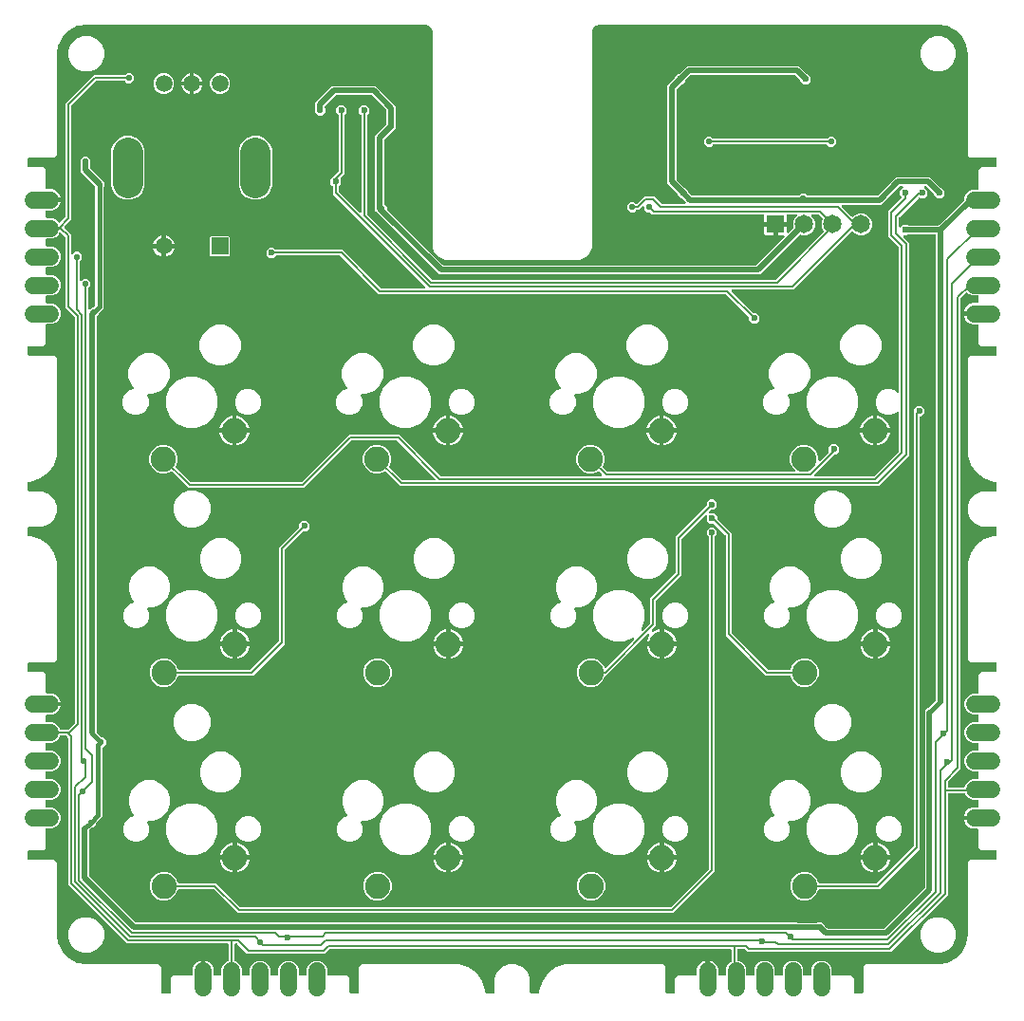
<source format=gbr>
G04 EAGLE Gerber RS-274X export*
G75*
%MOMM*%
%FSLAX34Y34*%
%LPD*%
%INTop Copper*%
%IPPOS*%
%AMOC8*
5,1,8,0,0,1.08239X$1,22.5*%
G01*
G04 Define Apertures*
%ADD10C,1.500000*%
%ADD11R,1.500000X1.500000*%
%ADD12C,2.700000*%
%ADD13R,1.650000X1.650000*%
%ADD14C,1.650000*%
%ADD15C,2.250000*%
%ADD16C,1.524000*%
%ADD17C,0.600000*%
%ADD18C,0.203200*%
%ADD19C,0.581000*%
%ADD20C,0.508000*%
%ADD21C,0.457200*%
G36*
X331845Y-374316D02*
X331449Y-374396D01*
X281504Y-374396D01*
X281123Y-374322D01*
X280786Y-374098D01*
X279142Y-372454D01*
X278924Y-372132D01*
X278844Y-371736D01*
X278844Y-371506D01*
X276194Y-368856D01*
X272446Y-368856D01*
X272284Y-369018D01*
X271962Y-369236D01*
X271565Y-369316D01*
X254154Y-369316D01*
X253772Y-369242D01*
X253435Y-369018D01*
X253415Y-368998D01*
X-172640Y-368998D01*
X-173021Y-368924D01*
X-173358Y-368700D01*
X-173425Y-368633D01*
X-177095Y-368633D01*
X-177162Y-368700D01*
X-177484Y-368918D01*
X-177880Y-368998D01*
X-335533Y-368998D01*
X-335914Y-368924D01*
X-336252Y-368700D01*
X-377197Y-327755D01*
X-377415Y-327432D01*
X-377495Y-327036D01*
X-377495Y-287005D01*
X-377421Y-286624D01*
X-377197Y-286287D01*
X-375258Y-284348D01*
X-374936Y-284130D01*
X-374540Y-284050D01*
X-374061Y-284050D01*
X-371466Y-281456D01*
X-371466Y-280976D01*
X-371392Y-280595D01*
X-371169Y-280258D01*
X-365760Y-274849D01*
X-365760Y-213694D01*
X-365686Y-213313D01*
X-365462Y-212976D01*
X-362601Y-210115D01*
X-362601Y-206445D01*
X-365195Y-203851D01*
X-365650Y-203851D01*
X-366031Y-203777D01*
X-366368Y-203553D01*
X-370537Y-199385D01*
X-370754Y-199063D01*
X-370835Y-198666D01*
X-370835Y171121D01*
X-370760Y171502D01*
X-370537Y171839D01*
X-368951Y173425D01*
X-368951Y173880D01*
X-368877Y174261D01*
X-368653Y174598D01*
X-364490Y178762D01*
X-364490Y287202D01*
X-364416Y287583D01*
X-364236Y287854D01*
X-364236Y291243D01*
X-376638Y303646D01*
X-376856Y303968D01*
X-376936Y304364D01*
X-376936Y307260D01*
X-376862Y307641D01*
X-376638Y307978D01*
X-376571Y308045D01*
X-376571Y311715D01*
X-379165Y314309D01*
X-382835Y314309D01*
X-385429Y311715D01*
X-385429Y308045D01*
X-385362Y307978D01*
X-385144Y307656D01*
X-385064Y307260D01*
X-385064Y300577D01*
X-372408Y287920D01*
X-372190Y287598D01*
X-372110Y287202D01*
X-372110Y182339D01*
X-372184Y181958D01*
X-372408Y181621D01*
X-374042Y179987D01*
X-374364Y179769D01*
X-374760Y179689D01*
X-375215Y179689D01*
X-376726Y178178D01*
X-377018Y177974D01*
X-377412Y177881D01*
X-377810Y177949D01*
X-378151Y178167D01*
X-378380Y178500D01*
X-378460Y178896D01*
X-378460Y196516D01*
X-378386Y196897D01*
X-378162Y197234D01*
X-376571Y198825D01*
X-376571Y202495D01*
X-379165Y205089D01*
X-382835Y205089D01*
X-384346Y203578D01*
X-384638Y203374D01*
X-385032Y203281D01*
X-385430Y203349D01*
X-385771Y203567D01*
X-386000Y203900D01*
X-386080Y204296D01*
X-386080Y220719D01*
X-386006Y221100D01*
X-385782Y221437D01*
X-384191Y223028D01*
X-384191Y226698D01*
X-386785Y229292D01*
X-390455Y229292D01*
X-391966Y227781D01*
X-392258Y227577D01*
X-392652Y227484D01*
X-393050Y227552D01*
X-393391Y227770D01*
X-393620Y228103D01*
X-393700Y228499D01*
X-393700Y244892D01*
X-399549Y250742D01*
X-399760Y251049D01*
X-399847Y251444D01*
X-399773Y251841D01*
X-399549Y252178D01*
X-393700Y258028D01*
X-393700Y359207D01*
X-393626Y359588D01*
X-393402Y359925D01*
X-371773Y381555D01*
X-371451Y381772D01*
X-371055Y381852D01*
X-345893Y381852D01*
X-345511Y381778D01*
X-345174Y381555D01*
X-343583Y379963D01*
X-339914Y379963D01*
X-337319Y382558D01*
X-337319Y386227D01*
X-339914Y388821D01*
X-343583Y388821D01*
X-345174Y387230D01*
X-345496Y387013D01*
X-345893Y386932D01*
X-373580Y386932D01*
X-398780Y361732D01*
X-398780Y260553D01*
X-398854Y260172D01*
X-399078Y259835D01*
X-403262Y255650D01*
X-403569Y255440D01*
X-403964Y255353D01*
X-404362Y255427D01*
X-404699Y255650D01*
X-407200Y258152D01*
X-410561Y259544D01*
X-415222Y259544D01*
X-415588Y259612D01*
X-415929Y259830D01*
X-416158Y260164D01*
X-416238Y260560D01*
X-416238Y265164D01*
X-416170Y265530D01*
X-415952Y265871D01*
X-415618Y266100D01*
X-415222Y266180D01*
X-410466Y266180D01*
X-406931Y267645D01*
X-404225Y270351D01*
X-402809Y273768D01*
X-422032Y273768D01*
X-422032Y277832D01*
X-402809Y277832D01*
X-404225Y281249D01*
X-406931Y283955D01*
X-410466Y285420D01*
X-415222Y285420D01*
X-415588Y285488D01*
X-415929Y285706D01*
X-416158Y286040D01*
X-416238Y286436D01*
X-416238Y302508D01*
X-418442Y304712D01*
X-431222Y304712D01*
X-431588Y304780D01*
X-431929Y304998D01*
X-432158Y305332D01*
X-432238Y305728D01*
X-432238Y312172D01*
X-432170Y312538D01*
X-431952Y312879D01*
X-431618Y313108D01*
X-431222Y313188D01*
X-408442Y313188D01*
X-406238Y315392D01*
X-406238Y406000D01*
X-406226Y406159D01*
X-404991Y413953D01*
X-404893Y414255D01*
X-401310Y421286D01*
X-401123Y421544D01*
X-395544Y427123D01*
X-395286Y427310D01*
X-388255Y430893D01*
X-387953Y430991D01*
X-380159Y432226D01*
X-380000Y432238D01*
X-77500Y432238D01*
X-77237Y432203D01*
X-74626Y431504D01*
X-74171Y431241D01*
X-72259Y429329D01*
X-71996Y428874D01*
X-71297Y426263D01*
X-71262Y426000D01*
X-71262Y233263D01*
X-69167Y228204D01*
X-65296Y224333D01*
X-60237Y222238D01*
X60237Y222238D01*
X65296Y224333D01*
X69167Y228204D01*
X71262Y233263D01*
X71262Y426000D01*
X71297Y426263D01*
X71996Y428874D01*
X72259Y429329D01*
X74171Y431241D01*
X74626Y431504D01*
X77237Y432203D01*
X77500Y432238D01*
X380000Y432238D01*
X380159Y432226D01*
X387953Y430991D01*
X388255Y430893D01*
X395286Y427310D01*
X395544Y427123D01*
X401123Y421544D01*
X401310Y421286D01*
X404893Y414255D01*
X404991Y413953D01*
X406226Y406159D01*
X406238Y406000D01*
X406238Y315392D01*
X408442Y313188D01*
X431222Y313188D01*
X431588Y313120D01*
X431929Y312902D01*
X432158Y312568D01*
X432238Y312172D01*
X432238Y305728D01*
X432170Y305362D01*
X431952Y305021D01*
X431618Y304792D01*
X431222Y304712D01*
X418442Y304712D01*
X416238Y302508D01*
X416238Y285960D01*
X416170Y285594D01*
X415952Y285253D01*
X415618Y285024D01*
X415222Y284944D01*
X410561Y284944D01*
X407200Y283552D01*
X404628Y280980D01*
X403236Y277619D01*
X403236Y276054D01*
X403162Y275673D01*
X402938Y275336D01*
X380884Y253282D01*
X380562Y253064D01*
X380166Y252984D01*
X353275Y252984D01*
X352893Y253058D01*
X352556Y253282D01*
X352394Y253444D01*
X348646Y253444D01*
X346666Y251464D01*
X346374Y251260D01*
X345980Y251167D01*
X345582Y251235D01*
X345241Y251453D01*
X345012Y251786D01*
X344932Y252183D01*
X344932Y259639D01*
X345006Y260020D01*
X345230Y260357D01*
X362369Y277497D01*
X362676Y277707D01*
X363071Y277794D01*
X363468Y277720D01*
X363806Y277497D01*
X363886Y277416D01*
X367634Y277416D01*
X370284Y280066D01*
X370284Y283814D01*
X367796Y286302D01*
X367592Y286594D01*
X367499Y286988D01*
X367567Y287386D01*
X367785Y287727D01*
X368118Y287956D01*
X368515Y288036D01*
X368736Y288036D01*
X369117Y287962D01*
X369454Y287738D01*
X376178Y281014D01*
X376396Y280692D01*
X376476Y280296D01*
X376476Y280066D01*
X379126Y277416D01*
X382874Y277416D01*
X385524Y280066D01*
X385524Y283814D01*
X382874Y286464D01*
X382644Y286464D01*
X382263Y286538D01*
X381926Y286762D01*
X372523Y296164D01*
X342487Y296164D01*
X326274Y279952D01*
X325952Y279734D01*
X325556Y279654D01*
X263833Y279654D01*
X263452Y279728D01*
X263115Y279952D01*
X261485Y281582D01*
X257815Y281582D01*
X256185Y279952D01*
X255863Y279734D01*
X255467Y279654D01*
X160854Y279654D01*
X160473Y279728D01*
X160136Y279952D01*
X157222Y282866D01*
X157004Y283188D01*
X156924Y283584D01*
X156924Y283814D01*
X154274Y286464D01*
X154044Y286464D01*
X153663Y286538D01*
X153326Y286762D01*
X146602Y293486D01*
X146384Y293808D01*
X146304Y294204D01*
X146304Y373816D01*
X146378Y374197D01*
X146602Y374534D01*
X150786Y378718D01*
X151108Y378936D01*
X151504Y379016D01*
X151734Y379016D01*
X154384Y381666D01*
X154384Y381896D01*
X154458Y382277D01*
X154682Y382614D01*
X158866Y386798D01*
X159188Y387016D01*
X159584Y387096D01*
X251896Y387096D01*
X252277Y387022D01*
X252614Y386798D01*
X256798Y382614D01*
X257016Y382292D01*
X257096Y381896D01*
X257096Y381666D01*
X259746Y379016D01*
X263494Y379016D01*
X266144Y381666D01*
X266144Y385414D01*
X263494Y388064D01*
X263264Y388064D01*
X262883Y388138D01*
X262546Y388362D01*
X255683Y395224D01*
X155797Y395224D01*
X148934Y388362D01*
X148612Y388144D01*
X148216Y388064D01*
X147986Y388064D01*
X145336Y385414D01*
X145336Y385184D01*
X145262Y384803D01*
X145038Y384466D01*
X138176Y377603D01*
X138176Y290417D01*
X147578Y281014D01*
X147796Y280692D01*
X147876Y280296D01*
X147876Y280066D01*
X150526Y277416D01*
X150756Y277416D01*
X151137Y277342D01*
X151474Y277118D01*
X154658Y273934D01*
X154862Y273642D01*
X154955Y273248D01*
X154887Y272850D01*
X154670Y272509D01*
X154336Y272280D01*
X153940Y272200D01*
X133570Y272200D01*
X133188Y272274D01*
X132851Y272498D01*
X126179Y279170D01*
X117867Y279170D01*
X111159Y272462D01*
X110852Y272251D01*
X110457Y272164D01*
X110059Y272238D01*
X109722Y272462D01*
X108515Y273669D01*
X104845Y273669D01*
X102251Y271075D01*
X102251Y267405D01*
X104845Y264811D01*
X108515Y264811D01*
X110106Y266402D01*
X110428Y266620D01*
X110824Y266700D01*
X112582Y266700D01*
X115860Y269978D01*
X116152Y270182D01*
X116546Y270275D01*
X116944Y270207D01*
X117285Y269990D01*
X117514Y269656D01*
X117594Y269260D01*
X117594Y267302D01*
X120188Y264708D01*
X122439Y264708D01*
X122820Y264634D01*
X123158Y264410D01*
X124932Y262636D01*
X223684Y262636D01*
X224050Y262568D01*
X224391Y262350D01*
X224620Y262016D01*
X224700Y261620D01*
X224700Y256032D01*
X245200Y256032D01*
X245200Y262040D01*
X245268Y262406D01*
X245486Y262747D01*
X245820Y262976D01*
X246216Y263056D01*
X253131Y263056D01*
X253482Y262993D01*
X253826Y262781D01*
X254060Y262451D01*
X254147Y262056D01*
X254072Y261659D01*
X253849Y261322D01*
X252064Y259537D01*
X250576Y255944D01*
X250576Y252056D01*
X250926Y251211D01*
X251003Y250838D01*
X250929Y250440D01*
X250706Y250103D01*
X246934Y246332D01*
X246642Y246128D01*
X246248Y246035D01*
X245850Y246103D01*
X245509Y246320D01*
X245280Y246654D01*
X245200Y247050D01*
X245200Y251968D01*
X236982Y251968D01*
X236982Y243750D01*
X241900Y243750D01*
X242251Y243687D01*
X242595Y243475D01*
X242829Y243145D01*
X242916Y242750D01*
X242842Y242353D01*
X242618Y242016D01*
X218324Y217722D01*
X218002Y217504D01*
X217606Y217424D01*
X-61432Y217424D01*
X-61813Y217498D01*
X-62150Y217722D01*
X-111584Y267156D01*
X-111802Y267478D01*
X-111882Y267874D01*
X-111882Y269805D01*
X-113784Y271707D01*
X-114002Y272029D01*
X-114082Y272425D01*
X-114082Y329203D01*
X-114008Y329584D01*
X-113784Y329921D01*
X-106965Y336740D01*
X-106643Y336958D01*
X-106247Y337038D01*
X-106151Y337038D01*
X-103557Y339632D01*
X-103557Y343302D01*
X-103624Y343369D01*
X-103842Y343691D01*
X-103922Y344087D01*
X-103922Y359660D01*
X-121706Y377444D01*
X-160433Y377444D01*
X-175514Y362363D01*
X-175514Y358220D01*
X-175588Y357839D01*
X-175812Y357502D01*
X-175879Y357435D01*
X-175879Y353765D01*
X-173285Y351171D01*
X-169615Y351171D01*
X-167021Y353765D01*
X-167021Y357435D01*
X-167088Y357502D01*
X-167306Y357824D01*
X-167386Y358220D01*
X-167386Y358576D01*
X-167312Y358957D01*
X-167088Y359294D01*
X-157364Y369018D01*
X-157042Y369236D01*
X-156646Y369316D01*
X-125493Y369316D01*
X-125112Y369242D01*
X-124775Y369018D01*
X-112348Y356591D01*
X-112130Y356269D01*
X-112050Y355873D01*
X-112050Y344087D01*
X-112124Y343706D01*
X-112348Y343369D01*
X-112415Y343302D01*
X-112415Y343206D01*
X-112489Y342825D01*
X-112713Y342488D01*
X-122210Y332990D01*
X-122210Y266287D01*
X-65219Y209296D01*
X221393Y209296D01*
X256453Y244356D01*
X256768Y244570D01*
X257164Y244653D01*
X257561Y244576D01*
X258406Y244226D01*
X262294Y244226D01*
X265887Y245714D01*
X268636Y248463D01*
X270124Y252056D01*
X270124Y255944D01*
X268636Y259537D01*
X266851Y261322D01*
X266647Y261614D01*
X266554Y262008D01*
X266622Y262406D01*
X266840Y262747D01*
X267173Y262976D01*
X267569Y263056D01*
X272681Y263056D01*
X273062Y262982D01*
X273399Y262758D01*
X276737Y259421D01*
X276951Y259106D01*
X277035Y258710D01*
X276957Y258314D01*
X275976Y255944D01*
X275976Y252056D01*
X277464Y248464D01*
X277594Y248333D01*
X277805Y248026D01*
X277892Y247631D01*
X277818Y247234D01*
X277594Y246896D01*
X235465Y204768D01*
X235143Y204550D01*
X234747Y204470D01*
X-70968Y204470D01*
X-71349Y204544D01*
X-71686Y204768D01*
X-129311Y262392D01*
X-129528Y262715D01*
X-129609Y263111D01*
X-129609Y345877D01*
X-129540Y346230D01*
X-129540Y351321D01*
X-129466Y351703D01*
X-129242Y352040D01*
X-127556Y353726D01*
X-127556Y357474D01*
X-130206Y360124D01*
X-133954Y360124D01*
X-136604Y357474D01*
X-136604Y353726D01*
X-134918Y352040D01*
X-134700Y351718D01*
X-134620Y351321D01*
X-134620Y348891D01*
X-134689Y348538D01*
X-134689Y265194D01*
X-134751Y264843D01*
X-134964Y264499D01*
X-135294Y264265D01*
X-135689Y264178D01*
X-136086Y264252D01*
X-136423Y264475D01*
X-154642Y282695D01*
X-154860Y283017D01*
X-154940Y283413D01*
X-154940Y287821D01*
X-154866Y288203D01*
X-154642Y288540D01*
X-152956Y290226D01*
X-152956Y293974D01*
X-153126Y294144D01*
X-153337Y294451D01*
X-153424Y294846D01*
X-153350Y295244D01*
X-153126Y295581D01*
X-149946Y298761D01*
X-149946Y351235D01*
X-149872Y351616D01*
X-149649Y351953D01*
X-147876Y353726D01*
X-147876Y357474D01*
X-150526Y360124D01*
X-154274Y360124D01*
X-156924Y357474D01*
X-156924Y353726D01*
X-155324Y352126D01*
X-155107Y351804D01*
X-155026Y351407D01*
X-155026Y301286D01*
X-155100Y300905D01*
X-155324Y300568D01*
X-158970Y296922D01*
X-159235Y296743D01*
X-162004Y293974D01*
X-162004Y290226D01*
X-160318Y288540D01*
X-160100Y288218D01*
X-160020Y287821D01*
X-160020Y280888D01*
X-77717Y198584D01*
X-77513Y198292D01*
X-77419Y197898D01*
X-77487Y197500D01*
X-77705Y197159D01*
X-78039Y196930D01*
X-78435Y196850D01*
X-116637Y196850D01*
X-117018Y196924D01*
X-117355Y197148D01*
X-151348Y231140D01*
X-210351Y231140D01*
X-210733Y231214D01*
X-211070Y231438D01*
X-212756Y233124D01*
X-216504Y233124D01*
X-219154Y230474D01*
X-219154Y226726D01*
X-216504Y224076D01*
X-212756Y224076D01*
X-211070Y225762D01*
X-210748Y225980D01*
X-210351Y226060D01*
X-153873Y226060D01*
X-153492Y225986D01*
X-153155Y225762D01*
X-119162Y191770D01*
X190297Y191770D01*
X190678Y191696D01*
X191015Y191472D01*
X211078Y171409D01*
X211296Y171087D01*
X211376Y170691D01*
X211376Y168306D01*
X214026Y165656D01*
X217774Y165656D01*
X220424Y168306D01*
X220424Y172054D01*
X217774Y174704D01*
X215389Y174704D01*
X215008Y174778D01*
X214671Y175002D01*
X195827Y193846D01*
X195623Y194138D01*
X195529Y194532D01*
X195597Y194930D01*
X195815Y195271D01*
X196149Y195500D01*
X196545Y195580D01*
X251242Y195580D01*
X302776Y247114D01*
X303084Y247325D01*
X303479Y247412D01*
X303876Y247338D01*
X304213Y247114D01*
X305614Y245714D01*
X309206Y244226D01*
X313094Y244226D01*
X316687Y245714D01*
X319436Y248463D01*
X320924Y252056D01*
X320924Y255944D01*
X319436Y259537D01*
X316687Y262286D01*
X313094Y263774D01*
X309206Y263774D01*
X305613Y262286D01*
X304213Y260886D01*
X303906Y260675D01*
X303511Y260588D01*
X303114Y260662D01*
X302776Y260886D01*
X293871Y269792D01*
X293667Y270084D01*
X293573Y270478D01*
X293641Y270876D01*
X293859Y271217D01*
X294193Y271446D01*
X294589Y271526D01*
X329343Y271526D01*
X345556Y287738D01*
X345878Y287956D01*
X346274Y288036D01*
X347765Y288036D01*
X348116Y287973D01*
X348460Y287761D01*
X348694Y287431D01*
X348781Y287036D01*
X348707Y286639D01*
X348484Y286302D01*
X345996Y283814D01*
X345996Y280066D01*
X347347Y278716D01*
X347557Y278408D01*
X347644Y278013D01*
X347570Y277616D01*
X347347Y277279D01*
X335788Y265720D01*
X335788Y242818D01*
X344768Y233837D01*
X344986Y233515D01*
X345066Y233119D01*
X345066Y104450D01*
X345003Y104099D01*
X344791Y103755D01*
X344461Y103521D01*
X344066Y103434D01*
X343669Y103509D01*
X343332Y103732D01*
X342064Y104999D01*
X337838Y106750D01*
X333263Y106750D01*
X329036Y104999D01*
X325801Y101764D01*
X324050Y97538D01*
X324050Y92963D01*
X325801Y88736D01*
X329036Y85501D01*
X333263Y83750D01*
X337838Y83750D01*
X342064Y85501D01*
X343332Y86768D01*
X343624Y86972D01*
X344018Y87065D01*
X344416Y86997D01*
X344757Y86779D01*
X344986Y86446D01*
X345066Y86050D01*
X345066Y51899D01*
X344992Y51518D01*
X344768Y51181D01*
X323055Y29467D01*
X322733Y29250D01*
X322336Y29169D01*
X270716Y29169D01*
X270365Y29232D01*
X270021Y29444D01*
X269787Y29774D01*
X269700Y30169D01*
X269775Y30567D01*
X269998Y30904D01*
X287613Y48518D01*
X287935Y48736D01*
X288331Y48816D01*
X288894Y48816D01*
X291544Y51466D01*
X291544Y55214D01*
X288894Y57864D01*
X285146Y57864D01*
X282496Y55214D01*
X282496Y51129D01*
X282515Y51042D01*
X282441Y50645D01*
X282218Y50308D01*
X274958Y43048D01*
X274666Y42844D01*
X274272Y42751D01*
X273874Y42819D01*
X273533Y43037D01*
X273304Y43371D01*
X273224Y43767D01*
X273224Y46991D01*
X271279Y51686D01*
X267686Y55279D01*
X262991Y57224D01*
X257909Y57224D01*
X253214Y55279D01*
X249621Y51686D01*
X247676Y46991D01*
X247676Y41909D01*
X249621Y37214D01*
X252080Y34754D01*
X252284Y34462D01*
X252377Y34068D01*
X252310Y33670D01*
X252092Y33329D01*
X251758Y33100D01*
X251362Y33020D01*
X85393Y33020D01*
X85012Y33094D01*
X84675Y33318D01*
X81259Y36733D01*
X81045Y37048D01*
X80961Y37444D01*
X81039Y37840D01*
X82724Y41909D01*
X82724Y46991D01*
X80779Y51686D01*
X77186Y55279D01*
X72491Y57224D01*
X67409Y57224D01*
X62714Y55279D01*
X59121Y51686D01*
X57176Y46991D01*
X57176Y41909D01*
X59121Y37214D01*
X62714Y33621D01*
X67409Y31676D01*
X72491Y31676D01*
X76560Y33361D01*
X76932Y33439D01*
X77330Y33364D01*
X77667Y33141D01*
X79904Y30904D01*
X80108Y30611D01*
X80201Y30218D01*
X80133Y29819D01*
X79916Y29478D01*
X79582Y29250D01*
X79186Y29169D01*
X-63256Y29169D01*
X-63638Y29244D01*
X-63975Y29467D01*
X-100548Y66040D01*
X-145832Y66040D01*
X-187939Y23934D01*
X-188261Y23716D01*
X-188657Y23636D01*
X-286223Y23636D01*
X-286604Y23710D01*
X-286941Y23934D01*
X-299741Y36733D01*
X-299955Y37048D01*
X-300039Y37444D01*
X-299961Y37840D01*
X-298276Y41909D01*
X-298276Y46991D01*
X-300221Y51686D01*
X-303814Y55279D01*
X-308509Y57224D01*
X-313591Y57224D01*
X-318286Y55279D01*
X-321879Y51686D01*
X-323824Y46991D01*
X-323824Y41909D01*
X-321879Y37214D01*
X-318286Y33621D01*
X-313591Y31676D01*
X-308509Y31676D01*
X-304440Y33361D01*
X-304068Y33439D01*
X-303670Y33364D01*
X-303333Y33141D01*
X-288748Y18556D01*
X-186132Y18556D01*
X-144025Y60662D01*
X-143703Y60880D01*
X-143307Y60960D01*
X-103073Y60960D01*
X-102692Y60886D01*
X-102355Y60662D01*
X-69040Y27348D01*
X-68836Y27055D01*
X-68743Y26662D01*
X-68811Y26263D01*
X-69028Y25922D01*
X-69362Y25694D01*
X-69758Y25613D01*
X-97700Y25613D01*
X-98082Y25688D01*
X-98419Y25911D01*
X-109241Y36733D01*
X-109455Y37048D01*
X-109539Y37444D01*
X-109461Y37840D01*
X-107776Y41909D01*
X-107776Y46991D01*
X-109721Y51686D01*
X-113314Y55279D01*
X-118009Y57224D01*
X-123091Y57224D01*
X-127786Y55279D01*
X-131379Y51686D01*
X-133324Y46991D01*
X-133324Y41909D01*
X-131379Y37214D01*
X-127786Y33621D01*
X-123091Y31676D01*
X-118009Y31676D01*
X-113940Y33361D01*
X-113568Y33439D01*
X-113170Y33364D01*
X-112833Y33141D01*
X-100225Y20533D01*
X327053Y20533D01*
X354210Y47691D01*
X354210Y237327D01*
X348876Y242662D01*
X348672Y242954D01*
X348579Y243348D01*
X348647Y243746D01*
X348864Y244087D01*
X349198Y244316D01*
X349594Y244396D01*
X352394Y244396D01*
X352556Y244558D01*
X352878Y244776D01*
X353275Y244856D01*
X377190Y244856D01*
X377556Y244788D01*
X377897Y244570D01*
X378126Y244236D01*
X378206Y243840D01*
X378206Y207342D01*
X378132Y206961D01*
X378080Y206883D01*
X378080Y-168956D01*
X378006Y-169337D01*
X377782Y-169674D01*
X377715Y-169741D01*
X377715Y-170196D01*
X377641Y-170577D01*
X377417Y-170914D01*
X371211Y-177120D01*
X370889Y-177338D01*
X370570Y-177402D01*
X368174Y-179799D01*
X368174Y-337671D01*
X368100Y-338052D01*
X367876Y-338389D01*
X332167Y-374098D01*
X331845Y-374316D01*
G37*
%LPC*%
G36*
X-383135Y390238D02*
X-376865Y390238D01*
X-371072Y392638D01*
X-366638Y397072D01*
X-364238Y402865D01*
X-364238Y409135D01*
X-366638Y414929D01*
X-371072Y419362D01*
X-376865Y421762D01*
X-383135Y421762D01*
X-388929Y419362D01*
X-393362Y414929D01*
X-395762Y409135D01*
X-395762Y402865D01*
X-393362Y397072D01*
X-388929Y392638D01*
X-383135Y390238D01*
G37*
G36*
X376865Y390238D02*
X383135Y390238D01*
X388929Y392638D01*
X393362Y397072D01*
X395762Y402865D01*
X395762Y409135D01*
X393362Y414929D01*
X388929Y419362D01*
X383135Y421762D01*
X376865Y421762D01*
X371072Y419362D01*
X366638Y414929D01*
X364238Y409135D01*
X364238Y402865D01*
X366638Y397072D01*
X371072Y392638D01*
X376865Y390238D01*
G37*
G36*
X-283918Y381578D02*
X-276509Y381578D01*
X-277896Y384927D01*
X-280569Y387600D01*
X-283918Y388987D01*
X-283918Y381578D01*
G37*
G36*
X-295391Y381578D02*
X-287982Y381578D01*
X-287982Y388987D01*
X-291331Y387600D01*
X-294004Y384927D01*
X-295391Y381578D01*
G37*
G36*
X-312745Y370522D02*
X-309155Y370522D01*
X-305838Y371896D01*
X-303300Y374434D01*
X-301926Y377751D01*
X-301926Y381341D01*
X-303300Y384658D01*
X-305838Y387196D01*
X-309155Y388570D01*
X-312745Y388570D01*
X-316062Y387196D01*
X-318600Y384658D01*
X-319974Y381341D01*
X-319974Y377751D01*
X-318600Y374434D01*
X-316062Y371896D01*
X-312745Y370522D01*
G37*
G36*
X-262745Y370522D02*
X-259155Y370522D01*
X-255838Y371896D01*
X-253300Y374434D01*
X-251926Y377751D01*
X-251926Y381341D01*
X-253300Y384658D01*
X-255838Y387196D01*
X-259155Y388570D01*
X-262745Y388570D01*
X-266062Y387196D01*
X-268600Y384658D01*
X-269974Y381341D01*
X-269974Y377751D01*
X-268600Y374434D01*
X-266062Y371896D01*
X-262745Y370522D01*
G37*
G36*
X-291331Y371492D02*
X-287982Y370105D01*
X-287982Y377514D01*
X-295391Y377514D01*
X-294004Y374165D01*
X-291331Y371492D01*
G37*
G36*
X-283918Y377514D02*
X-283918Y370105D01*
X-280569Y371492D01*
X-277896Y374165D01*
X-276509Y377514D01*
X-283918Y377514D01*
G37*
G36*
X-231938Y276022D02*
X-225962Y276022D01*
X-220440Y278309D01*
X-216213Y282536D01*
X-213926Y288058D01*
X-213926Y321034D01*
X-216213Y326556D01*
X-220440Y330783D01*
X-225962Y333070D01*
X-231938Y333070D01*
X-237460Y330783D01*
X-241687Y326556D01*
X-243974Y321034D01*
X-243974Y288058D01*
X-241687Y282536D01*
X-237460Y278309D01*
X-231938Y276022D01*
G37*
G36*
X-345938Y276022D02*
X-339962Y276022D01*
X-334440Y278309D01*
X-330213Y282536D01*
X-327926Y288058D01*
X-327926Y321034D01*
X-330213Y326556D01*
X-334440Y330783D01*
X-339962Y333070D01*
X-345938Y333070D01*
X-351460Y330783D01*
X-355687Y326556D01*
X-357974Y321034D01*
X-357974Y288058D01*
X-355687Y282536D01*
X-351460Y278309D01*
X-345938Y276022D01*
G37*
G36*
X173425Y323231D02*
X177095Y323231D01*
X178686Y324822D01*
X179008Y325040D01*
X179404Y325120D01*
X280336Y325120D01*
X280717Y325046D01*
X281054Y324822D01*
X282645Y323231D01*
X286315Y323231D01*
X288909Y325825D01*
X288909Y329495D01*
X286315Y332089D01*
X282645Y332089D01*
X281054Y330498D01*
X280732Y330280D01*
X280336Y330200D01*
X179404Y330200D01*
X179023Y330274D01*
X178686Y330498D01*
X177095Y332089D01*
X173425Y332089D01*
X170831Y329495D01*
X170831Y325825D01*
X173425Y323231D01*
G37*
G36*
X225872Y243750D02*
X232918Y243750D01*
X232918Y251968D01*
X224700Y251968D01*
X224700Y244922D01*
X225872Y243750D01*
G37*
G36*
X-320391Y236578D02*
X-312982Y236578D01*
X-312982Y243987D01*
X-316331Y242600D01*
X-319004Y239927D01*
X-320391Y236578D01*
G37*
G36*
X-308918Y236578D02*
X-301509Y236578D01*
X-302896Y239927D01*
X-305569Y242600D01*
X-308918Y243987D01*
X-308918Y236578D01*
G37*
G36*
X-269081Y225522D02*
X-252819Y225522D01*
X-251926Y226415D01*
X-251926Y242677D01*
X-252819Y243570D01*
X-269081Y243570D01*
X-269974Y242677D01*
X-269974Y226415D01*
X-269081Y225522D01*
G37*
G36*
X-308918Y232514D02*
X-308918Y225105D01*
X-305569Y226492D01*
X-302896Y229165D01*
X-301509Y232514D01*
X-308918Y232514D01*
G37*
G36*
X-316331Y226492D02*
X-312982Y225105D01*
X-312982Y232514D01*
X-320391Y232514D01*
X-319004Y229165D01*
X-316331Y226492D01*
G37*
G36*
X-73678Y127810D02*
X-66422Y127810D01*
X-59718Y130587D01*
X-54587Y135718D01*
X-51810Y142422D01*
X-51810Y149678D01*
X-54587Y156382D01*
X-59718Y161513D01*
X-66422Y164290D01*
X-73678Y164290D01*
X-80382Y161513D01*
X-85513Y156382D01*
X-88290Y149678D01*
X-88290Y142422D01*
X-85513Y135718D01*
X-80382Y130587D01*
X-73678Y127810D01*
G37*
G36*
X116822Y127810D02*
X124078Y127810D01*
X130782Y130587D01*
X135913Y135718D01*
X138690Y142422D01*
X138690Y149678D01*
X135913Y156382D01*
X130782Y161513D01*
X124078Y164290D01*
X116822Y164290D01*
X110118Y161513D01*
X104987Y156382D01*
X102210Y149678D01*
X102210Y142422D01*
X104987Y135718D01*
X110118Y130587D01*
X116822Y127810D01*
G37*
G36*
X307322Y127810D02*
X314578Y127810D01*
X321282Y130587D01*
X326413Y135718D01*
X329190Y142422D01*
X329190Y149678D01*
X326413Y156382D01*
X321282Y161513D01*
X314578Y164290D01*
X307322Y164290D01*
X300618Y161513D01*
X295487Y156382D01*
X292710Y149678D01*
X292710Y142422D01*
X295487Y135718D01*
X300618Y130587D01*
X307322Y127810D01*
G37*
G36*
X-264178Y127810D02*
X-256922Y127810D01*
X-250218Y130587D01*
X-245087Y135718D01*
X-242310Y142422D01*
X-242310Y149678D01*
X-245087Y156382D01*
X-250218Y161513D01*
X-256922Y164290D01*
X-264178Y164290D01*
X-270882Y161513D01*
X-276013Y156382D01*
X-278790Y149678D01*
X-278790Y142422D01*
X-276013Y135718D01*
X-270882Y130587D01*
X-264178Y127810D01*
G37*
G36*
X233263Y83750D02*
X237838Y83750D01*
X242064Y85501D01*
X245299Y88736D01*
X247050Y92963D01*
X247050Y97538D01*
X245614Y101005D01*
X245537Y101362D01*
X245605Y101760D01*
X245823Y102101D01*
X246156Y102330D01*
X246552Y102410D01*
X251078Y102410D01*
X257782Y105187D01*
X262913Y110318D01*
X265690Y117022D01*
X265690Y124278D01*
X262913Y130982D01*
X257782Y136113D01*
X251078Y138890D01*
X243822Y138890D01*
X237118Y136113D01*
X231987Y130982D01*
X229210Y124278D01*
X229210Y117022D01*
X231987Y110318D01*
X233820Y108484D01*
X234024Y108192D01*
X234117Y107798D01*
X234050Y107400D01*
X233832Y107059D01*
X233498Y106830D01*
X233417Y106814D01*
X229036Y104999D01*
X225801Y101764D01*
X224050Y97538D01*
X224050Y92963D01*
X225801Y88736D01*
X229036Y85501D01*
X233263Y83750D01*
G37*
G36*
X42763Y83750D02*
X47338Y83750D01*
X51564Y85501D01*
X54799Y88736D01*
X56550Y92963D01*
X56550Y97538D01*
X55114Y101005D01*
X55037Y101362D01*
X55105Y101760D01*
X55323Y102101D01*
X55656Y102330D01*
X56052Y102410D01*
X60578Y102410D01*
X67282Y105187D01*
X72413Y110318D01*
X75190Y117022D01*
X75190Y124278D01*
X72413Y130982D01*
X67282Y136113D01*
X60578Y138890D01*
X53322Y138890D01*
X46618Y136113D01*
X41487Y130982D01*
X38710Y124278D01*
X38710Y117022D01*
X41487Y110318D01*
X43320Y108484D01*
X43524Y108192D01*
X43617Y107798D01*
X43550Y107400D01*
X43332Y107059D01*
X42998Y106830D01*
X42917Y106814D01*
X38536Y104999D01*
X35301Y101764D01*
X33550Y97538D01*
X33550Y92963D01*
X35301Y88736D01*
X38536Y85501D01*
X42763Y83750D01*
G37*
G36*
X-147738Y83750D02*
X-143163Y83750D01*
X-138936Y85501D01*
X-135701Y88736D01*
X-133950Y92963D01*
X-133950Y97538D01*
X-135386Y101005D01*
X-135463Y101362D01*
X-135395Y101760D01*
X-135177Y102101D01*
X-134844Y102330D01*
X-134448Y102410D01*
X-129922Y102410D01*
X-123218Y105187D01*
X-118087Y110318D01*
X-115310Y117022D01*
X-115310Y124278D01*
X-118087Y130982D01*
X-123218Y136113D01*
X-129922Y138890D01*
X-137178Y138890D01*
X-143882Y136113D01*
X-149013Y130982D01*
X-151790Y124278D01*
X-151790Y117022D01*
X-149013Y110318D01*
X-147180Y108484D01*
X-146976Y108192D01*
X-146883Y107798D01*
X-146950Y107400D01*
X-147168Y107059D01*
X-147502Y106830D01*
X-147583Y106814D01*
X-151964Y104999D01*
X-155199Y101764D01*
X-156950Y97538D01*
X-156950Y92963D01*
X-155199Y88736D01*
X-151964Y85501D01*
X-147738Y83750D01*
G37*
G36*
X-338238Y83750D02*
X-333663Y83750D01*
X-329436Y85501D01*
X-326201Y88736D01*
X-324450Y92963D01*
X-324450Y97538D01*
X-325886Y101005D01*
X-325963Y101362D01*
X-325895Y101760D01*
X-325677Y102101D01*
X-325344Y102330D01*
X-324948Y102410D01*
X-320422Y102410D01*
X-313718Y105187D01*
X-308587Y110318D01*
X-305810Y117022D01*
X-305810Y124278D01*
X-308587Y130982D01*
X-313718Y136113D01*
X-320422Y138890D01*
X-327678Y138890D01*
X-334382Y136113D01*
X-339513Y130982D01*
X-342290Y124278D01*
X-342290Y117022D01*
X-339513Y110318D01*
X-337680Y108484D01*
X-337476Y108192D01*
X-337383Y107798D01*
X-337450Y107400D01*
X-337668Y107059D01*
X-338002Y106830D01*
X-338083Y106814D01*
X-342464Y104999D01*
X-345699Y101764D01*
X-347450Y97538D01*
X-347450Y92963D01*
X-345699Y88736D01*
X-342464Y85501D01*
X-338238Y83750D01*
G37*
G36*
X280987Y72311D02*
X290113Y72311D01*
X298544Y75803D01*
X304997Y82256D01*
X308489Y90687D01*
X308489Y99813D01*
X304997Y108244D01*
X298544Y114697D01*
X290113Y118189D01*
X280987Y118189D01*
X272556Y114697D01*
X266103Y108244D01*
X262611Y99813D01*
X262611Y90687D01*
X266103Y82256D01*
X272556Y75803D01*
X280987Y72311D01*
G37*
G36*
X90487Y72311D02*
X99613Y72311D01*
X108044Y75803D01*
X114497Y82256D01*
X117989Y90687D01*
X117989Y99813D01*
X114497Y108244D01*
X108044Y114697D01*
X99613Y118189D01*
X90487Y118189D01*
X82056Y114697D01*
X75603Y108244D01*
X72111Y99813D01*
X72111Y90687D01*
X75603Y82256D01*
X82056Y75803D01*
X90487Y72311D01*
G37*
G36*
X-100013Y72311D02*
X-90887Y72311D01*
X-82456Y75803D01*
X-76003Y82256D01*
X-72511Y90687D01*
X-72511Y99813D01*
X-76003Y108244D01*
X-82456Y114697D01*
X-90887Y118189D01*
X-100013Y118189D01*
X-108444Y114697D01*
X-114897Y108244D01*
X-118389Y99813D01*
X-118389Y90687D01*
X-114897Y82256D01*
X-108444Y75803D01*
X-100013Y72311D01*
G37*
G36*
X-290513Y72311D02*
X-281387Y72311D01*
X-272956Y75803D01*
X-266503Y82256D01*
X-263011Y90687D01*
X-263011Y99813D01*
X-266503Y108244D01*
X-272956Y114697D01*
X-281387Y118189D01*
X-290513Y118189D01*
X-298944Y114697D01*
X-305397Y108244D01*
X-308889Y99813D01*
X-308889Y90687D01*
X-305397Y82256D01*
X-298944Y75803D01*
X-290513Y72311D01*
G37*
G36*
X-238238Y83750D02*
X-233663Y83750D01*
X-229436Y85501D01*
X-226201Y88736D01*
X-224450Y92963D01*
X-224450Y97538D01*
X-226201Y101764D01*
X-229436Y104999D01*
X-233663Y106750D01*
X-238238Y106750D01*
X-242464Y104999D01*
X-245699Y101764D01*
X-247450Y97538D01*
X-247450Y92963D01*
X-245699Y88736D01*
X-242464Y85501D01*
X-238238Y83750D01*
G37*
G36*
X-47738Y83750D02*
X-43163Y83750D01*
X-38936Y85501D01*
X-35701Y88736D01*
X-33950Y92963D01*
X-33950Y97538D01*
X-35701Y101764D01*
X-38936Y104999D01*
X-43163Y106750D01*
X-47738Y106750D01*
X-51964Y104999D01*
X-55199Y101764D01*
X-56950Y97538D01*
X-56950Y92963D01*
X-55199Y88736D01*
X-51964Y85501D01*
X-47738Y83750D01*
G37*
G36*
X142763Y83750D02*
X147338Y83750D01*
X151564Y85501D01*
X154799Y88736D01*
X156550Y92963D01*
X156550Y97538D01*
X154799Y101764D01*
X151564Y104999D01*
X147338Y106750D01*
X142763Y106750D01*
X138536Y104999D01*
X135301Y101764D01*
X133550Y97538D01*
X133550Y92963D01*
X135301Y88736D01*
X138536Y85501D01*
X142763Y83750D01*
G37*
G36*
X258109Y-349324D02*
X263191Y-349324D01*
X267886Y-347379D01*
X271479Y-343786D01*
X273165Y-339717D01*
X273373Y-339399D01*
X273707Y-339170D01*
X274103Y-339090D01*
X327442Y-339090D01*
X363220Y-303312D01*
X363220Y81730D01*
X363288Y82096D01*
X363506Y82437D01*
X363840Y82665D01*
X364236Y82746D01*
X365094Y82746D01*
X367744Y85396D01*
X367744Y89144D01*
X365094Y91794D01*
X361346Y91794D01*
X358696Y89144D01*
X358696Y86759D01*
X358622Y86377D01*
X358398Y86040D01*
X358140Y85782D01*
X358140Y-300787D01*
X358066Y-301168D01*
X357842Y-301505D01*
X325635Y-333712D01*
X325313Y-333930D01*
X324917Y-334010D01*
X274103Y-334010D01*
X273729Y-333939D01*
X273391Y-333718D01*
X273165Y-333383D01*
X271479Y-329314D01*
X267886Y-325721D01*
X263191Y-323776D01*
X258109Y-323776D01*
X253414Y-325721D01*
X249821Y-329314D01*
X247876Y-334009D01*
X247876Y-339091D01*
X249821Y-343786D01*
X253414Y-347379D01*
X258109Y-349324D01*
G37*
G36*
X-261100Y71882D02*
X-249882Y71882D01*
X-249882Y83100D01*
X-250486Y83100D01*
X-255356Y81083D01*
X-259083Y77356D01*
X-261100Y72486D01*
X-261100Y71882D01*
G37*
G36*
X-245818Y71882D02*
X-234600Y71882D01*
X-234600Y72486D01*
X-236617Y77356D01*
X-240344Y81083D01*
X-245214Y83100D01*
X-245818Y83100D01*
X-245818Y71882D01*
G37*
G36*
X135182Y71882D02*
X146400Y71882D01*
X146400Y72486D01*
X144383Y77356D01*
X140656Y81083D01*
X135786Y83100D01*
X135182Y83100D01*
X135182Y71882D01*
G37*
G36*
X-55318Y71882D02*
X-44100Y71882D01*
X-44100Y72486D01*
X-46117Y77356D01*
X-49844Y81083D01*
X-54714Y83100D01*
X-55318Y83100D01*
X-55318Y71882D01*
G37*
G36*
X325682Y71882D02*
X336900Y71882D01*
X336900Y72486D01*
X334883Y77356D01*
X331156Y81083D01*
X326286Y83100D01*
X325682Y83100D01*
X325682Y71882D01*
G37*
G36*
X310400Y71882D02*
X321618Y71882D01*
X321618Y83100D01*
X321014Y83100D01*
X316144Y81083D01*
X312417Y77356D01*
X310400Y72486D01*
X310400Y71882D01*
G37*
G36*
X-70600Y71882D02*
X-59382Y71882D01*
X-59382Y83100D01*
X-59986Y83100D01*
X-64856Y81083D01*
X-68583Y77356D01*
X-70600Y72486D01*
X-70600Y71882D01*
G37*
G36*
X119900Y71882D02*
X131118Y71882D01*
X131118Y83100D01*
X130514Y83100D01*
X125644Y81083D01*
X121917Y77356D01*
X119900Y72486D01*
X119900Y71882D01*
G37*
G36*
X321014Y56600D02*
X321618Y56600D01*
X321618Y67818D01*
X310400Y67818D01*
X310400Y67214D01*
X312417Y62344D01*
X316144Y58617D01*
X321014Y56600D01*
G37*
G36*
X-250486Y56600D02*
X-249882Y56600D01*
X-249882Y67818D01*
X-261100Y67818D01*
X-261100Y67214D01*
X-259083Y62344D01*
X-255356Y58617D01*
X-250486Y56600D01*
G37*
G36*
X-245818Y56600D02*
X-245214Y56600D01*
X-240344Y58617D01*
X-236617Y62344D01*
X-234600Y67214D01*
X-234600Y67818D01*
X-245818Y67818D01*
X-245818Y56600D01*
G37*
G36*
X-59986Y56600D02*
X-59382Y56600D01*
X-59382Y67818D01*
X-70600Y67818D01*
X-70600Y67214D01*
X-68583Y62344D01*
X-64856Y58617D01*
X-59986Y56600D01*
G37*
G36*
X-55318Y56600D02*
X-54714Y56600D01*
X-49844Y58617D01*
X-46117Y62344D01*
X-44100Y67214D01*
X-44100Y67818D01*
X-55318Y67818D01*
X-55318Y56600D01*
G37*
G36*
X130514Y56600D02*
X131118Y56600D01*
X131118Y67818D01*
X119900Y67818D01*
X119900Y67214D01*
X121917Y62344D01*
X125644Y58617D01*
X130514Y56600D01*
G37*
G36*
X325682Y56600D02*
X326286Y56600D01*
X331156Y58617D01*
X334883Y62344D01*
X336900Y67214D01*
X336900Y67818D01*
X325682Y67818D01*
X325682Y56600D01*
G37*
G36*
X135182Y56600D02*
X135786Y56600D01*
X140656Y58617D01*
X144383Y62344D01*
X146400Y67214D01*
X146400Y67818D01*
X135182Y67818D01*
X135182Y56600D01*
G37*
G36*
X282468Y-16500D02*
X289032Y-16500D01*
X295097Y-13988D01*
X299738Y-9347D01*
X302250Y-3282D01*
X302250Y3282D01*
X299738Y9347D01*
X295097Y13988D01*
X289032Y16500D01*
X282468Y16500D01*
X276403Y13988D01*
X271762Y9347D01*
X269250Y3282D01*
X269250Y-3282D01*
X271762Y-9347D01*
X276403Y-13988D01*
X282468Y-16500D01*
G37*
G36*
X-289032Y-16500D02*
X-282468Y-16500D01*
X-276403Y-13988D01*
X-271762Y-9347D01*
X-269250Y-3282D01*
X-269250Y3282D01*
X-271762Y9347D01*
X-276403Y13988D01*
X-282468Y16500D01*
X-289032Y16500D01*
X-295097Y13988D01*
X-299738Y9347D01*
X-302250Y3282D01*
X-302250Y-3282D01*
X-299738Y-9347D01*
X-295097Y-13988D01*
X-289032Y-16500D01*
G37*
G36*
X67609Y-158824D02*
X72691Y-158824D01*
X77386Y-156879D01*
X80979Y-153286D01*
X82665Y-149217D01*
X82873Y-148899D01*
X83207Y-148670D01*
X83603Y-148590D01*
X83809Y-148590D01*
X120530Y-111870D01*
X120815Y-111669D01*
X121208Y-111573D01*
X121607Y-111637D01*
X121949Y-111853D01*
X122180Y-112184D01*
X122264Y-112580D01*
X122187Y-112977D01*
X120100Y-118014D01*
X120100Y-118618D01*
X131318Y-118618D01*
X131318Y-107400D01*
X130714Y-107400D01*
X125677Y-109487D01*
X125336Y-109563D01*
X124937Y-109501D01*
X124593Y-109289D01*
X124359Y-108959D01*
X124272Y-108564D01*
X124346Y-108167D01*
X124570Y-107830D01*
X128397Y-104002D01*
X128397Y-82164D01*
X128471Y-81783D01*
X128695Y-81446D01*
X150876Y-59264D01*
X150876Y-27132D01*
X150950Y-26751D01*
X151174Y-26414D01*
X172005Y-5582D01*
X172297Y-5378D01*
X172691Y-5285D01*
X173089Y-5353D01*
X173430Y-5571D01*
X173659Y-5905D01*
X173739Y-6301D01*
X173739Y-10441D01*
X176389Y-13091D01*
X179333Y-13091D01*
X179714Y-13165D01*
X180051Y-13388D01*
X190202Y-23539D01*
X190420Y-23862D01*
X190500Y-24258D01*
X190500Y-112812D01*
X226278Y-148590D01*
X247197Y-148590D01*
X247571Y-148661D01*
X247909Y-148882D01*
X248135Y-149217D01*
X249821Y-153286D01*
X253414Y-156879D01*
X258109Y-158824D01*
X263191Y-158824D01*
X267886Y-156879D01*
X271479Y-153286D01*
X273424Y-148591D01*
X273424Y-143509D01*
X271479Y-138814D01*
X267886Y-135221D01*
X263191Y-133276D01*
X258109Y-133276D01*
X253414Y-135221D01*
X249821Y-138814D01*
X248135Y-142883D01*
X247927Y-143201D01*
X247593Y-143430D01*
X247197Y-143510D01*
X228803Y-143510D01*
X228422Y-143436D01*
X228085Y-143212D01*
X195878Y-111005D01*
X195660Y-110683D01*
X195580Y-110287D01*
X195580Y-21733D01*
X183085Y-9238D01*
X182868Y-8915D01*
X182787Y-8519D01*
X182787Y-6693D01*
X180137Y-4043D01*
X175997Y-4043D01*
X175646Y-3980D01*
X175302Y-3768D01*
X175068Y-3438D01*
X174981Y-3043D01*
X175055Y-2645D01*
X175279Y-2308D01*
X176817Y-770D01*
X177139Y-553D01*
X177536Y-472D01*
X179921Y-472D01*
X182571Y2178D01*
X182571Y5926D01*
X179921Y8576D01*
X176173Y8576D01*
X173523Y5926D01*
X173523Y3541D01*
X173449Y3159D01*
X173225Y2822D01*
X145796Y-24607D01*
X145796Y-56739D01*
X145722Y-57120D01*
X145498Y-57457D01*
X123317Y-79639D01*
X123317Y-101477D01*
X123243Y-101858D01*
X123019Y-102195D01*
X116700Y-108515D01*
X116415Y-108715D01*
X116022Y-108811D01*
X115623Y-108747D01*
X115281Y-108532D01*
X115050Y-108200D01*
X114966Y-107804D01*
X115043Y-107407D01*
X118189Y-99813D01*
X118189Y-90687D01*
X114697Y-82256D01*
X108244Y-75803D01*
X99813Y-72311D01*
X90687Y-72311D01*
X82256Y-75803D01*
X75803Y-82256D01*
X72311Y-90687D01*
X72311Y-99813D01*
X75803Y-108244D01*
X82256Y-114697D01*
X90687Y-118189D01*
X99813Y-118189D01*
X107407Y-115043D01*
X107748Y-114967D01*
X108147Y-115029D01*
X108491Y-115241D01*
X108725Y-115571D01*
X108812Y-115966D01*
X108738Y-116363D01*
X108515Y-116700D01*
X83642Y-141573D01*
X83343Y-141780D01*
X82948Y-141870D01*
X82550Y-141799D01*
X82211Y-141578D01*
X81985Y-141243D01*
X80979Y-138814D01*
X77386Y-135221D01*
X72691Y-133276D01*
X67609Y-133276D01*
X62914Y-135221D01*
X59321Y-138814D01*
X57376Y-143509D01*
X57376Y-148591D01*
X59321Y-153286D01*
X62914Y-156879D01*
X67609Y-158824D01*
G37*
G36*
X-313391Y-158824D02*
X-308309Y-158824D01*
X-303614Y-156879D01*
X-300021Y-153286D01*
X-298335Y-149217D01*
X-298127Y-148899D01*
X-297793Y-148670D01*
X-297397Y-148590D01*
X-231358Y-148590D01*
X-203200Y-120432D01*
X-203200Y-37033D01*
X-203126Y-36652D01*
X-202902Y-36315D01*
X-186649Y-20062D01*
X-186327Y-19844D01*
X-185931Y-19764D01*
X-183546Y-19764D01*
X-180896Y-17114D01*
X-180896Y-13366D01*
X-183546Y-10716D01*
X-187294Y-10716D01*
X-189944Y-13366D01*
X-189944Y-15751D01*
X-190018Y-16132D01*
X-190242Y-16469D01*
X-208280Y-34508D01*
X-208280Y-117907D01*
X-208354Y-118288D01*
X-208578Y-118625D01*
X-233165Y-143212D01*
X-233487Y-143430D01*
X-233883Y-143510D01*
X-297397Y-143510D01*
X-297771Y-143439D01*
X-298109Y-143218D01*
X-298335Y-142883D01*
X-300021Y-138814D01*
X-303614Y-135221D01*
X-308309Y-133276D01*
X-313391Y-133276D01*
X-318086Y-135221D01*
X-321679Y-138814D01*
X-323624Y-143509D01*
X-323624Y-148591D01*
X-321679Y-153286D01*
X-318086Y-156879D01*
X-313391Y-158824D01*
G37*
G36*
X-244892Y-360680D02*
X143292Y-360680D01*
X180596Y-323376D01*
X180596Y-25320D01*
X180670Y-24938D01*
X180893Y-24601D01*
X182580Y-22915D01*
X182580Y-19167D01*
X179930Y-16517D01*
X176182Y-16517D01*
X173532Y-19167D01*
X173532Y-22915D01*
X175218Y-24601D01*
X175435Y-24924D01*
X175516Y-25320D01*
X175516Y-320851D01*
X175441Y-321233D01*
X175218Y-321570D01*
X141485Y-355302D01*
X141163Y-355520D01*
X140767Y-355600D01*
X-242367Y-355600D01*
X-242748Y-355526D01*
X-243085Y-355302D01*
X-264378Y-334010D01*
X-297397Y-334010D01*
X-297771Y-333939D01*
X-298109Y-333718D01*
X-298335Y-333383D01*
X-300021Y-329314D01*
X-303614Y-325721D01*
X-308309Y-323776D01*
X-313391Y-323776D01*
X-318086Y-325721D01*
X-321679Y-329314D01*
X-323624Y-334009D01*
X-323624Y-339091D01*
X-321679Y-343786D01*
X-318086Y-347379D01*
X-313391Y-349324D01*
X-308309Y-349324D01*
X-303614Y-347379D01*
X-300021Y-343786D01*
X-298335Y-339717D01*
X-298127Y-339399D01*
X-297793Y-339170D01*
X-297397Y-339090D01*
X-266903Y-339090D01*
X-266522Y-339164D01*
X-266185Y-339388D01*
X-244892Y-360680D01*
G37*
G36*
X-73478Y-62690D02*
X-66222Y-62690D01*
X-59518Y-59913D01*
X-54387Y-54782D01*
X-51610Y-48078D01*
X-51610Y-40822D01*
X-54387Y-34118D01*
X-59518Y-28987D01*
X-66222Y-26210D01*
X-73478Y-26210D01*
X-80182Y-28987D01*
X-85313Y-34118D01*
X-88090Y-40822D01*
X-88090Y-48078D01*
X-85313Y-54782D01*
X-80182Y-59913D01*
X-73478Y-62690D01*
G37*
G36*
X307522Y-62690D02*
X314778Y-62690D01*
X321482Y-59913D01*
X326613Y-54782D01*
X329390Y-48078D01*
X329390Y-40822D01*
X326613Y-34118D01*
X321482Y-28987D01*
X314778Y-26210D01*
X307522Y-26210D01*
X300818Y-28987D01*
X295687Y-34118D01*
X292910Y-40822D01*
X292910Y-48078D01*
X295687Y-54782D01*
X300818Y-59913D01*
X307522Y-62690D01*
G37*
G36*
X117022Y-62690D02*
X124278Y-62690D01*
X130982Y-59913D01*
X136113Y-54782D01*
X138890Y-48078D01*
X138890Y-40822D01*
X136113Y-34118D01*
X130982Y-28987D01*
X124278Y-26210D01*
X117022Y-26210D01*
X110318Y-28987D01*
X105187Y-34118D01*
X102410Y-40822D01*
X102410Y-48078D01*
X105187Y-54782D01*
X110318Y-59913D01*
X117022Y-62690D01*
G37*
G36*
X-263978Y-62690D02*
X-256722Y-62690D01*
X-250018Y-59913D01*
X-244887Y-54782D01*
X-242110Y-48078D01*
X-242110Y-40822D01*
X-244887Y-34118D01*
X-250018Y-28987D01*
X-256722Y-26210D01*
X-263978Y-26210D01*
X-270682Y-28987D01*
X-275813Y-34118D01*
X-278590Y-40822D01*
X-278590Y-48078D01*
X-275813Y-54782D01*
X-270682Y-59913D01*
X-263978Y-62690D01*
G37*
G36*
X-338038Y-106750D02*
X-333463Y-106750D01*
X-329236Y-104999D01*
X-326001Y-101764D01*
X-324250Y-97538D01*
X-324250Y-92963D01*
X-325686Y-89495D01*
X-325763Y-89138D01*
X-325695Y-88740D01*
X-325477Y-88399D01*
X-325144Y-88170D01*
X-324748Y-88090D01*
X-320222Y-88090D01*
X-313518Y-85313D01*
X-308387Y-80182D01*
X-305610Y-73478D01*
X-305610Y-66222D01*
X-308387Y-59518D01*
X-313518Y-54387D01*
X-320222Y-51610D01*
X-327478Y-51610D01*
X-334182Y-54387D01*
X-339313Y-59518D01*
X-342090Y-66222D01*
X-342090Y-73478D01*
X-339313Y-80182D01*
X-337480Y-82016D01*
X-337276Y-82308D01*
X-337183Y-82702D01*
X-337250Y-83100D01*
X-337468Y-83441D01*
X-337802Y-83670D01*
X-337883Y-83686D01*
X-342264Y-85501D01*
X-345499Y-88736D01*
X-347250Y-92963D01*
X-347250Y-97538D01*
X-345499Y-101764D01*
X-342264Y-104999D01*
X-338038Y-106750D01*
G37*
G36*
X-147538Y-106750D02*
X-142963Y-106750D01*
X-138736Y-104999D01*
X-135501Y-101764D01*
X-133750Y-97538D01*
X-133750Y-92963D01*
X-135186Y-89495D01*
X-135263Y-89138D01*
X-135195Y-88740D01*
X-134977Y-88399D01*
X-134644Y-88170D01*
X-134248Y-88090D01*
X-129722Y-88090D01*
X-123018Y-85313D01*
X-117887Y-80182D01*
X-115110Y-73478D01*
X-115110Y-66222D01*
X-117887Y-59518D01*
X-123018Y-54387D01*
X-129722Y-51610D01*
X-136978Y-51610D01*
X-143682Y-54387D01*
X-148813Y-59518D01*
X-151590Y-66222D01*
X-151590Y-73478D01*
X-148813Y-80182D01*
X-146980Y-82016D01*
X-146776Y-82308D01*
X-146683Y-82702D01*
X-146750Y-83100D01*
X-146968Y-83441D01*
X-147302Y-83670D01*
X-147383Y-83686D01*
X-151764Y-85501D01*
X-154999Y-88736D01*
X-156750Y-92963D01*
X-156750Y-97538D01*
X-154999Y-101764D01*
X-151764Y-104999D01*
X-147538Y-106750D01*
G37*
G36*
X42963Y-106750D02*
X47538Y-106750D01*
X51764Y-104999D01*
X54999Y-101764D01*
X56750Y-97538D01*
X56750Y-92963D01*
X55314Y-89495D01*
X55237Y-89138D01*
X55305Y-88740D01*
X55523Y-88399D01*
X55856Y-88170D01*
X56252Y-88090D01*
X60778Y-88090D01*
X67482Y-85313D01*
X72613Y-80182D01*
X75390Y-73478D01*
X75390Y-66222D01*
X72613Y-59518D01*
X67482Y-54387D01*
X60778Y-51610D01*
X53522Y-51610D01*
X46818Y-54387D01*
X41687Y-59518D01*
X38910Y-66222D01*
X38910Y-73478D01*
X41687Y-80182D01*
X43520Y-82016D01*
X43724Y-82308D01*
X43817Y-82702D01*
X43750Y-83100D01*
X43532Y-83441D01*
X43198Y-83670D01*
X43117Y-83686D01*
X38736Y-85501D01*
X35501Y-88736D01*
X33750Y-92963D01*
X33750Y-97538D01*
X35501Y-101764D01*
X38736Y-104999D01*
X42963Y-106750D01*
G37*
G36*
X233463Y-106750D02*
X238038Y-106750D01*
X242264Y-104999D01*
X245499Y-101764D01*
X247250Y-97538D01*
X247250Y-92963D01*
X245814Y-89495D01*
X245737Y-89138D01*
X245805Y-88740D01*
X246023Y-88399D01*
X246356Y-88170D01*
X246752Y-88090D01*
X251278Y-88090D01*
X257982Y-85313D01*
X263113Y-80182D01*
X265890Y-73478D01*
X265890Y-66222D01*
X263113Y-59518D01*
X257982Y-54387D01*
X251278Y-51610D01*
X244022Y-51610D01*
X237318Y-54387D01*
X232187Y-59518D01*
X229410Y-66222D01*
X229410Y-73478D01*
X232187Y-80182D01*
X234020Y-82016D01*
X234224Y-82308D01*
X234317Y-82702D01*
X234250Y-83100D01*
X234032Y-83441D01*
X233698Y-83670D01*
X233617Y-83686D01*
X229236Y-85501D01*
X226001Y-88736D01*
X224250Y-92963D01*
X224250Y-97538D01*
X226001Y-101764D01*
X229236Y-104999D01*
X233463Y-106750D01*
G37*
G36*
X-99813Y-118189D02*
X-90687Y-118189D01*
X-82256Y-114697D01*
X-75803Y-108244D01*
X-72311Y-99813D01*
X-72311Y-90687D01*
X-75803Y-82256D01*
X-82256Y-75803D01*
X-90687Y-72311D01*
X-99813Y-72311D01*
X-108244Y-75803D01*
X-114697Y-82256D01*
X-118189Y-90687D01*
X-118189Y-99813D01*
X-114697Y-108244D01*
X-108244Y-114697D01*
X-99813Y-118189D01*
G37*
G36*
X281187Y-118189D02*
X290313Y-118189D01*
X298744Y-114697D01*
X305197Y-108244D01*
X308689Y-99813D01*
X308689Y-90687D01*
X305197Y-82256D01*
X298744Y-75803D01*
X290313Y-72311D01*
X281187Y-72311D01*
X272756Y-75803D01*
X266303Y-82256D01*
X262811Y-90687D01*
X262811Y-99813D01*
X266303Y-108244D01*
X272756Y-114697D01*
X281187Y-118189D01*
G37*
G36*
X-290313Y-118189D02*
X-281187Y-118189D01*
X-272756Y-114697D01*
X-266303Y-108244D01*
X-262811Y-99813D01*
X-262811Y-90687D01*
X-266303Y-82256D01*
X-272756Y-75803D01*
X-281187Y-72311D01*
X-290313Y-72311D01*
X-298744Y-75803D01*
X-305197Y-82256D01*
X-308689Y-90687D01*
X-308689Y-99813D01*
X-305197Y-108244D01*
X-298744Y-114697D01*
X-290313Y-118189D01*
G37*
G36*
X142963Y-106750D02*
X147538Y-106750D01*
X151764Y-104999D01*
X154999Y-101764D01*
X156750Y-97538D01*
X156750Y-92963D01*
X154999Y-88736D01*
X151764Y-85501D01*
X147538Y-83750D01*
X142963Y-83750D01*
X138736Y-85501D01*
X135501Y-88736D01*
X133750Y-92963D01*
X133750Y-97538D01*
X135501Y-101764D01*
X138736Y-104999D01*
X142963Y-106750D01*
G37*
G36*
X-47538Y-106750D02*
X-42963Y-106750D01*
X-38736Y-104999D01*
X-35501Y-101764D01*
X-33750Y-97538D01*
X-33750Y-92963D01*
X-35501Y-88736D01*
X-38736Y-85501D01*
X-42963Y-83750D01*
X-47538Y-83750D01*
X-51764Y-85501D01*
X-54999Y-88736D01*
X-56750Y-92963D01*
X-56750Y-97538D01*
X-54999Y-101764D01*
X-51764Y-104999D01*
X-47538Y-106750D01*
G37*
G36*
X-238038Y-106750D02*
X-233463Y-106750D01*
X-229236Y-104999D01*
X-226001Y-101764D01*
X-224250Y-97538D01*
X-224250Y-92963D01*
X-226001Y-88736D01*
X-229236Y-85501D01*
X-233463Y-83750D01*
X-238038Y-83750D01*
X-242264Y-85501D01*
X-245499Y-88736D01*
X-247250Y-92963D01*
X-247250Y-97538D01*
X-245499Y-101764D01*
X-242264Y-104999D01*
X-238038Y-106750D01*
G37*
G36*
X333463Y-106750D02*
X338038Y-106750D01*
X342264Y-104999D01*
X345499Y-101764D01*
X347250Y-97538D01*
X347250Y-92963D01*
X345499Y-88736D01*
X342264Y-85501D01*
X338038Y-83750D01*
X333463Y-83750D01*
X329236Y-85501D01*
X326001Y-88736D01*
X324250Y-92963D01*
X324250Y-97538D01*
X326001Y-101764D01*
X329236Y-104999D01*
X333463Y-106750D01*
G37*
G36*
X135382Y-118618D02*
X146600Y-118618D01*
X146600Y-118014D01*
X144583Y-113144D01*
X140856Y-109417D01*
X135986Y-107400D01*
X135382Y-107400D01*
X135382Y-118618D01*
G37*
G36*
X-260900Y-118618D02*
X-249682Y-118618D01*
X-249682Y-107400D01*
X-250286Y-107400D01*
X-255156Y-109417D01*
X-258883Y-113144D01*
X-260900Y-118014D01*
X-260900Y-118618D01*
G37*
G36*
X-70400Y-118618D02*
X-59182Y-118618D01*
X-59182Y-107400D01*
X-59786Y-107400D01*
X-64656Y-109417D01*
X-68383Y-113144D01*
X-70400Y-118014D01*
X-70400Y-118618D01*
G37*
G36*
X310600Y-118618D02*
X321818Y-118618D01*
X321818Y-107400D01*
X321214Y-107400D01*
X316344Y-109417D01*
X312617Y-113144D01*
X310600Y-118014D01*
X310600Y-118618D01*
G37*
G36*
X325882Y-118618D02*
X337100Y-118618D01*
X337100Y-118014D01*
X335083Y-113144D01*
X331356Y-109417D01*
X326486Y-107400D01*
X325882Y-107400D01*
X325882Y-118618D01*
G37*
G36*
X-55118Y-118618D02*
X-43900Y-118618D01*
X-43900Y-118014D01*
X-45917Y-113144D01*
X-49644Y-109417D01*
X-54514Y-107400D01*
X-55118Y-107400D01*
X-55118Y-118618D01*
G37*
G36*
X-245618Y-118618D02*
X-234400Y-118618D01*
X-234400Y-118014D01*
X-236417Y-113144D01*
X-240144Y-109417D01*
X-245014Y-107400D01*
X-245618Y-107400D01*
X-245618Y-118618D01*
G37*
G36*
X321214Y-133900D02*
X321818Y-133900D01*
X321818Y-122682D01*
X310600Y-122682D01*
X310600Y-123286D01*
X312617Y-128156D01*
X316344Y-131883D01*
X321214Y-133900D01*
G37*
G36*
X135382Y-133900D02*
X135986Y-133900D01*
X140856Y-131883D01*
X144583Y-128156D01*
X146600Y-123286D01*
X146600Y-122682D01*
X135382Y-122682D01*
X135382Y-133900D01*
G37*
G36*
X130714Y-133900D02*
X131318Y-133900D01*
X131318Y-122682D01*
X120100Y-122682D01*
X120100Y-123286D01*
X122117Y-128156D01*
X125844Y-131883D01*
X130714Y-133900D01*
G37*
G36*
X-55118Y-133900D02*
X-54514Y-133900D01*
X-49644Y-131883D01*
X-45917Y-128156D01*
X-43900Y-123286D01*
X-43900Y-122682D01*
X-55118Y-122682D01*
X-55118Y-133900D01*
G37*
G36*
X325882Y-133900D02*
X326486Y-133900D01*
X331356Y-131883D01*
X335083Y-128156D01*
X337100Y-123286D01*
X337100Y-122682D01*
X325882Y-122682D01*
X325882Y-133900D01*
G37*
G36*
X-59786Y-133900D02*
X-59182Y-133900D01*
X-59182Y-122682D01*
X-70400Y-122682D01*
X-70400Y-123286D01*
X-68383Y-128156D01*
X-64656Y-131883D01*
X-59786Y-133900D01*
G37*
G36*
X-245618Y-133900D02*
X-245014Y-133900D01*
X-240144Y-131883D01*
X-236417Y-128156D01*
X-234400Y-123286D01*
X-234400Y-122682D01*
X-245618Y-122682D01*
X-245618Y-133900D01*
G37*
G36*
X-250286Y-133900D02*
X-249682Y-133900D01*
X-249682Y-122682D01*
X-260900Y-122682D01*
X-260900Y-123286D01*
X-258883Y-128156D01*
X-255156Y-131883D01*
X-250286Y-133900D01*
G37*
G36*
X-122891Y-158824D02*
X-117809Y-158824D01*
X-113114Y-156879D01*
X-109521Y-153286D01*
X-107576Y-148591D01*
X-107576Y-143509D01*
X-109521Y-138814D01*
X-113114Y-135221D01*
X-117809Y-133276D01*
X-122891Y-133276D01*
X-127586Y-135221D01*
X-131179Y-138814D01*
X-133124Y-143509D01*
X-133124Y-148591D01*
X-131179Y-153286D01*
X-127586Y-156879D01*
X-122891Y-158824D01*
G37*
G36*
X-289032Y-207000D02*
X-282468Y-207000D01*
X-276403Y-204488D01*
X-271762Y-199847D01*
X-269250Y-193782D01*
X-269250Y-187218D01*
X-271762Y-181153D01*
X-276403Y-176512D01*
X-282468Y-174000D01*
X-289032Y-174000D01*
X-295097Y-176512D01*
X-299738Y-181153D01*
X-302250Y-187218D01*
X-302250Y-193782D01*
X-299738Y-199847D01*
X-295097Y-204488D01*
X-289032Y-207000D01*
G37*
G36*
X282468Y-207000D02*
X289032Y-207000D01*
X295097Y-204488D01*
X299738Y-199847D01*
X302250Y-193782D01*
X302250Y-187218D01*
X299738Y-181153D01*
X295097Y-176512D01*
X289032Y-174000D01*
X282468Y-174000D01*
X276403Y-176512D01*
X271762Y-181153D01*
X269250Y-187218D01*
X269250Y-193782D01*
X271762Y-199847D01*
X276403Y-204488D01*
X282468Y-207000D01*
G37*
G36*
X-263978Y-253190D02*
X-256722Y-253190D01*
X-250018Y-250413D01*
X-244887Y-245282D01*
X-242110Y-238578D01*
X-242110Y-231322D01*
X-244887Y-224618D01*
X-250018Y-219487D01*
X-256722Y-216710D01*
X-263978Y-216710D01*
X-270682Y-219487D01*
X-275813Y-224618D01*
X-278590Y-231322D01*
X-278590Y-238578D01*
X-275813Y-245282D01*
X-270682Y-250413D01*
X-263978Y-253190D01*
G37*
G36*
X117022Y-253190D02*
X124278Y-253190D01*
X130982Y-250413D01*
X136113Y-245282D01*
X138890Y-238578D01*
X138890Y-231322D01*
X136113Y-224618D01*
X130982Y-219487D01*
X124278Y-216710D01*
X117022Y-216710D01*
X110318Y-219487D01*
X105187Y-224618D01*
X102410Y-231322D01*
X102410Y-238578D01*
X105187Y-245282D01*
X110318Y-250413D01*
X117022Y-253190D01*
G37*
G36*
X307522Y-253190D02*
X314778Y-253190D01*
X321482Y-250413D01*
X326613Y-245282D01*
X329390Y-238578D01*
X329390Y-231322D01*
X326613Y-224618D01*
X321482Y-219487D01*
X314778Y-216710D01*
X307522Y-216710D01*
X300818Y-219487D01*
X295687Y-224618D01*
X292910Y-231322D01*
X292910Y-238578D01*
X295687Y-245282D01*
X300818Y-250413D01*
X307522Y-253190D01*
G37*
G36*
X-73478Y-253190D02*
X-66222Y-253190D01*
X-59518Y-250413D01*
X-54387Y-245282D01*
X-51610Y-238578D01*
X-51610Y-231322D01*
X-54387Y-224618D01*
X-59518Y-219487D01*
X-66222Y-216710D01*
X-73478Y-216710D01*
X-80182Y-219487D01*
X-85313Y-224618D01*
X-88090Y-231322D01*
X-88090Y-238578D01*
X-85313Y-245282D01*
X-80182Y-250413D01*
X-73478Y-253190D01*
G37*
G36*
X-338038Y-297250D02*
X-333463Y-297250D01*
X-329236Y-295499D01*
X-326001Y-292264D01*
X-324250Y-288038D01*
X-324250Y-283463D01*
X-325686Y-279995D01*
X-325763Y-279638D01*
X-325695Y-279240D01*
X-325477Y-278899D01*
X-325144Y-278670D01*
X-324748Y-278590D01*
X-320222Y-278590D01*
X-313518Y-275813D01*
X-308387Y-270682D01*
X-305610Y-263978D01*
X-305610Y-256722D01*
X-308387Y-250018D01*
X-313518Y-244887D01*
X-320222Y-242110D01*
X-327478Y-242110D01*
X-334182Y-244887D01*
X-339313Y-250018D01*
X-342090Y-256722D01*
X-342090Y-263978D01*
X-339313Y-270682D01*
X-337480Y-272516D01*
X-337276Y-272808D01*
X-337183Y-273202D01*
X-337250Y-273600D01*
X-337468Y-273941D01*
X-337802Y-274170D01*
X-337883Y-274186D01*
X-342264Y-276001D01*
X-345499Y-279236D01*
X-347250Y-283463D01*
X-347250Y-288038D01*
X-345499Y-292264D01*
X-342264Y-295499D01*
X-338038Y-297250D01*
G37*
G36*
X233463Y-297250D02*
X238038Y-297250D01*
X242264Y-295499D01*
X245499Y-292264D01*
X247250Y-288038D01*
X247250Y-283463D01*
X245814Y-279995D01*
X245737Y-279638D01*
X245805Y-279240D01*
X246023Y-278899D01*
X246356Y-278670D01*
X246752Y-278590D01*
X251278Y-278590D01*
X257982Y-275813D01*
X263113Y-270682D01*
X265890Y-263978D01*
X265890Y-256722D01*
X263113Y-250018D01*
X257982Y-244887D01*
X251278Y-242110D01*
X244022Y-242110D01*
X237318Y-244887D01*
X232187Y-250018D01*
X229410Y-256722D01*
X229410Y-263978D01*
X232187Y-270682D01*
X234020Y-272516D01*
X234224Y-272808D01*
X234317Y-273202D01*
X234250Y-273600D01*
X234032Y-273941D01*
X233698Y-274170D01*
X233617Y-274186D01*
X229236Y-276001D01*
X226001Y-279236D01*
X224250Y-283463D01*
X224250Y-288038D01*
X226001Y-292264D01*
X229236Y-295499D01*
X233463Y-297250D01*
G37*
G36*
X42963Y-297250D02*
X47538Y-297250D01*
X51764Y-295499D01*
X54999Y-292264D01*
X56750Y-288038D01*
X56750Y-283463D01*
X55314Y-279995D01*
X55237Y-279638D01*
X55305Y-279240D01*
X55523Y-278899D01*
X55856Y-278670D01*
X56252Y-278590D01*
X60778Y-278590D01*
X67482Y-275813D01*
X72613Y-270682D01*
X75390Y-263978D01*
X75390Y-256722D01*
X72613Y-250018D01*
X67482Y-244887D01*
X60778Y-242110D01*
X53522Y-242110D01*
X46818Y-244887D01*
X41687Y-250018D01*
X38910Y-256722D01*
X38910Y-263978D01*
X41687Y-270682D01*
X43520Y-272516D01*
X43724Y-272808D01*
X43817Y-273202D01*
X43750Y-273600D01*
X43532Y-273941D01*
X43198Y-274170D01*
X43117Y-274186D01*
X38736Y-276001D01*
X35501Y-279236D01*
X33750Y-283463D01*
X33750Y-288038D01*
X35501Y-292264D01*
X38736Y-295499D01*
X42963Y-297250D01*
G37*
G36*
X-147538Y-297250D02*
X-142963Y-297250D01*
X-138736Y-295499D01*
X-135501Y-292264D01*
X-133750Y-288038D01*
X-133750Y-283463D01*
X-135186Y-279995D01*
X-135263Y-279638D01*
X-135195Y-279240D01*
X-134977Y-278899D01*
X-134644Y-278670D01*
X-134248Y-278590D01*
X-129722Y-278590D01*
X-123018Y-275813D01*
X-117887Y-270682D01*
X-115110Y-263978D01*
X-115110Y-256722D01*
X-117887Y-250018D01*
X-123018Y-244887D01*
X-129722Y-242110D01*
X-136978Y-242110D01*
X-143682Y-244887D01*
X-148813Y-250018D01*
X-151590Y-256722D01*
X-151590Y-263978D01*
X-148813Y-270682D01*
X-146980Y-272516D01*
X-146776Y-272808D01*
X-146683Y-273202D01*
X-146750Y-273600D01*
X-146968Y-273941D01*
X-147302Y-274170D01*
X-147383Y-274186D01*
X-151764Y-276001D01*
X-154999Y-279236D01*
X-156750Y-283463D01*
X-156750Y-288038D01*
X-154999Y-292264D01*
X-151764Y-295499D01*
X-147538Y-297250D01*
G37*
G36*
X281187Y-308689D02*
X290313Y-308689D01*
X298744Y-305197D01*
X305197Y-298744D01*
X308689Y-290313D01*
X308689Y-281187D01*
X305197Y-272756D01*
X298744Y-266303D01*
X290313Y-262811D01*
X281187Y-262811D01*
X272756Y-266303D01*
X266303Y-272756D01*
X262811Y-281187D01*
X262811Y-290313D01*
X266303Y-298744D01*
X272756Y-305197D01*
X281187Y-308689D01*
G37*
G36*
X90687Y-308689D02*
X99813Y-308689D01*
X108244Y-305197D01*
X114697Y-298744D01*
X118189Y-290313D01*
X118189Y-281187D01*
X114697Y-272756D01*
X108244Y-266303D01*
X99813Y-262811D01*
X90687Y-262811D01*
X82256Y-266303D01*
X75803Y-272756D01*
X72311Y-281187D01*
X72311Y-290313D01*
X75803Y-298744D01*
X82256Y-305197D01*
X90687Y-308689D01*
G37*
G36*
X-99813Y-308689D02*
X-90687Y-308689D01*
X-82256Y-305197D01*
X-75803Y-298744D01*
X-72311Y-290313D01*
X-72311Y-281187D01*
X-75803Y-272756D01*
X-82256Y-266303D01*
X-90687Y-262811D01*
X-99813Y-262811D01*
X-108244Y-266303D01*
X-114697Y-272756D01*
X-118189Y-281187D01*
X-118189Y-290313D01*
X-114697Y-298744D01*
X-108244Y-305197D01*
X-99813Y-308689D01*
G37*
G36*
X-290313Y-308689D02*
X-281187Y-308689D01*
X-272756Y-305197D01*
X-266303Y-298744D01*
X-262811Y-290313D01*
X-262811Y-281187D01*
X-266303Y-272756D01*
X-272756Y-266303D01*
X-281187Y-262811D01*
X-290313Y-262811D01*
X-298744Y-266303D01*
X-305197Y-272756D01*
X-308689Y-281187D01*
X-308689Y-290313D01*
X-305197Y-298744D01*
X-298744Y-305197D01*
X-290313Y-308689D01*
G37*
G36*
X-47538Y-297250D02*
X-42963Y-297250D01*
X-38736Y-295499D01*
X-35501Y-292264D01*
X-33750Y-288038D01*
X-33750Y-283463D01*
X-35501Y-279236D01*
X-38736Y-276001D01*
X-42963Y-274250D01*
X-47538Y-274250D01*
X-51764Y-276001D01*
X-54999Y-279236D01*
X-56750Y-283463D01*
X-56750Y-288038D01*
X-54999Y-292264D01*
X-51764Y-295499D01*
X-47538Y-297250D01*
G37*
G36*
X-238038Y-297250D02*
X-233463Y-297250D01*
X-229236Y-295499D01*
X-226001Y-292264D01*
X-224250Y-288038D01*
X-224250Y-283463D01*
X-226001Y-279236D01*
X-229236Y-276001D01*
X-233463Y-274250D01*
X-238038Y-274250D01*
X-242264Y-276001D01*
X-245499Y-279236D01*
X-247250Y-283463D01*
X-247250Y-288038D01*
X-245499Y-292264D01*
X-242264Y-295499D01*
X-238038Y-297250D01*
G37*
G36*
X142963Y-297250D02*
X147538Y-297250D01*
X151764Y-295499D01*
X154999Y-292264D01*
X156750Y-288038D01*
X156750Y-283463D01*
X154999Y-279236D01*
X151764Y-276001D01*
X147538Y-274250D01*
X142963Y-274250D01*
X138736Y-276001D01*
X135501Y-279236D01*
X133750Y-283463D01*
X133750Y-288038D01*
X135501Y-292264D01*
X138736Y-295499D01*
X142963Y-297250D01*
G37*
G36*
X333463Y-297250D02*
X338038Y-297250D01*
X342264Y-295499D01*
X345499Y-292264D01*
X347250Y-288038D01*
X347250Y-283463D01*
X345499Y-279236D01*
X342264Y-276001D01*
X338038Y-274250D01*
X333463Y-274250D01*
X329236Y-276001D01*
X326001Y-279236D01*
X324250Y-283463D01*
X324250Y-288038D01*
X326001Y-292264D01*
X329236Y-295499D01*
X333463Y-297250D01*
G37*
G36*
X-260900Y-309118D02*
X-249682Y-309118D01*
X-249682Y-297900D01*
X-250286Y-297900D01*
X-255156Y-299917D01*
X-258883Y-303644D01*
X-260900Y-308514D01*
X-260900Y-309118D01*
G37*
G36*
X120100Y-309118D02*
X131318Y-309118D01*
X131318Y-297900D01*
X130714Y-297900D01*
X125844Y-299917D01*
X122117Y-303644D01*
X120100Y-308514D01*
X120100Y-309118D01*
G37*
G36*
X310600Y-309118D02*
X321818Y-309118D01*
X321818Y-297900D01*
X321214Y-297900D01*
X316344Y-299917D01*
X312617Y-303644D01*
X310600Y-308514D01*
X310600Y-309118D01*
G37*
G36*
X-70400Y-309118D02*
X-59182Y-309118D01*
X-59182Y-297900D01*
X-59786Y-297900D01*
X-64656Y-299917D01*
X-68383Y-303644D01*
X-70400Y-308514D01*
X-70400Y-309118D01*
G37*
G36*
X-55118Y-309118D02*
X-43900Y-309118D01*
X-43900Y-308514D01*
X-45917Y-303644D01*
X-49644Y-299917D01*
X-54514Y-297900D01*
X-55118Y-297900D01*
X-55118Y-309118D01*
G37*
G36*
X325882Y-309118D02*
X337100Y-309118D01*
X337100Y-308514D01*
X335083Y-303644D01*
X331356Y-299917D01*
X326486Y-297900D01*
X325882Y-297900D01*
X325882Y-309118D01*
G37*
G36*
X135382Y-309118D02*
X146600Y-309118D01*
X146600Y-308514D01*
X144583Y-303644D01*
X140856Y-299917D01*
X135986Y-297900D01*
X135382Y-297900D01*
X135382Y-309118D01*
G37*
G36*
X-245618Y-309118D02*
X-234400Y-309118D01*
X-234400Y-308514D01*
X-236417Y-303644D01*
X-240144Y-299917D01*
X-245014Y-297900D01*
X-245618Y-297900D01*
X-245618Y-309118D01*
G37*
G36*
X-245618Y-324400D02*
X-245014Y-324400D01*
X-240144Y-322383D01*
X-236417Y-318656D01*
X-234400Y-313786D01*
X-234400Y-313182D01*
X-245618Y-313182D01*
X-245618Y-324400D01*
G37*
G36*
X-250286Y-324400D02*
X-249682Y-324400D01*
X-249682Y-313182D01*
X-260900Y-313182D01*
X-260900Y-313786D01*
X-258883Y-318656D01*
X-255156Y-322383D01*
X-250286Y-324400D01*
G37*
G36*
X-59786Y-324400D02*
X-59182Y-324400D01*
X-59182Y-313182D01*
X-70400Y-313182D01*
X-70400Y-313786D01*
X-68383Y-318656D01*
X-64656Y-322383D01*
X-59786Y-324400D01*
G37*
G36*
X-55118Y-324400D02*
X-54514Y-324400D01*
X-49644Y-322383D01*
X-45917Y-318656D01*
X-43900Y-313786D01*
X-43900Y-313182D01*
X-55118Y-313182D01*
X-55118Y-324400D01*
G37*
G36*
X130714Y-324400D02*
X131318Y-324400D01*
X131318Y-313182D01*
X120100Y-313182D01*
X120100Y-313786D01*
X122117Y-318656D01*
X125844Y-322383D01*
X130714Y-324400D01*
G37*
G36*
X135382Y-324400D02*
X135986Y-324400D01*
X140856Y-322383D01*
X144583Y-318656D01*
X146600Y-313786D01*
X146600Y-313182D01*
X135382Y-313182D01*
X135382Y-324400D01*
G37*
G36*
X321214Y-324400D02*
X321818Y-324400D01*
X321818Y-313182D01*
X310600Y-313182D01*
X310600Y-313786D01*
X312617Y-318656D01*
X316344Y-322383D01*
X321214Y-324400D01*
G37*
G36*
X325882Y-324400D02*
X326486Y-324400D01*
X331356Y-322383D01*
X335083Y-318656D01*
X337100Y-313786D01*
X337100Y-313182D01*
X325882Y-313182D01*
X325882Y-324400D01*
G37*
G36*
X67609Y-349324D02*
X72691Y-349324D01*
X77386Y-347379D01*
X80979Y-343786D01*
X82924Y-339091D01*
X82924Y-334009D01*
X80979Y-329314D01*
X77386Y-325721D01*
X72691Y-323776D01*
X67609Y-323776D01*
X62914Y-325721D01*
X59321Y-329314D01*
X57376Y-334009D01*
X57376Y-339091D01*
X59321Y-343786D01*
X62914Y-347379D01*
X67609Y-349324D01*
G37*
G36*
X-122891Y-349324D02*
X-117809Y-349324D01*
X-113114Y-347379D01*
X-109521Y-343786D01*
X-107576Y-339091D01*
X-107576Y-334009D01*
X-109521Y-329314D01*
X-113114Y-325721D01*
X-117809Y-323776D01*
X-122891Y-323776D01*
X-127586Y-325721D01*
X-131179Y-329314D01*
X-133124Y-334009D01*
X-133124Y-339091D01*
X-131179Y-343786D01*
X-127586Y-347379D01*
X-122891Y-349324D01*
G37*
%LPD*%
G36*
X-396257Y-196980D02*
X-396653Y-197060D01*
X-402756Y-197060D01*
X-403130Y-196989D01*
X-403469Y-196768D01*
X-403695Y-196433D01*
X-404528Y-194420D01*
X-407100Y-191848D01*
X-410461Y-190456D01*
X-415222Y-190456D01*
X-415588Y-190388D01*
X-415929Y-190170D01*
X-416158Y-189836D01*
X-416238Y-189440D01*
X-416238Y-184836D01*
X-416170Y-184470D01*
X-415952Y-184129D01*
X-415618Y-183900D01*
X-415222Y-183820D01*
X-410366Y-183820D01*
X-406831Y-182355D01*
X-404125Y-179649D01*
X-402709Y-176232D01*
X-421932Y-176232D01*
X-421932Y-172168D01*
X-402709Y-172168D01*
X-404125Y-168751D01*
X-406831Y-166045D01*
X-410366Y-164580D01*
X-415222Y-164580D01*
X-415588Y-164512D01*
X-415929Y-164294D01*
X-416158Y-163960D01*
X-416238Y-163564D01*
X-416238Y-147492D01*
X-418442Y-145288D01*
X-431222Y-145288D01*
X-431588Y-145220D01*
X-431929Y-145002D01*
X-432158Y-144668D01*
X-432238Y-144272D01*
X-432238Y-137828D01*
X-432170Y-137462D01*
X-431952Y-137121D01*
X-431618Y-136892D01*
X-431222Y-136812D01*
X-408442Y-136812D01*
X-406238Y-134608D01*
X-406238Y-47603D01*
X-408956Y-39239D01*
X-414125Y-32125D01*
X-421239Y-26956D01*
X-429603Y-24238D01*
X-431222Y-24238D01*
X-431588Y-24170D01*
X-431929Y-23952D01*
X-432158Y-23618D01*
X-432238Y-23222D01*
X-432238Y-16778D01*
X-432170Y-16412D01*
X-431952Y-16071D01*
X-431618Y-15842D01*
X-431222Y-15762D01*
X-418865Y-15762D01*
X-413072Y-13362D01*
X-408638Y-8929D01*
X-406238Y-3135D01*
X-406238Y3135D01*
X-408638Y8929D01*
X-413072Y13362D01*
X-418865Y15762D01*
X-431222Y15762D01*
X-431588Y15830D01*
X-431929Y16048D01*
X-432158Y16382D01*
X-432238Y16778D01*
X-432238Y23222D01*
X-432170Y23588D01*
X-431952Y23929D01*
X-431618Y24158D01*
X-431222Y24238D01*
X-429603Y24238D01*
X-421239Y26956D01*
X-414125Y32125D01*
X-408956Y39239D01*
X-406238Y47603D01*
X-406238Y134608D01*
X-408442Y136812D01*
X-431222Y136812D01*
X-431588Y136880D01*
X-431929Y137098D01*
X-432158Y137432D01*
X-432238Y137828D01*
X-432238Y144272D01*
X-432170Y144638D01*
X-431952Y144979D01*
X-431618Y145208D01*
X-431222Y145288D01*
X-418442Y145288D01*
X-416238Y147492D01*
X-416238Y164040D01*
X-416170Y164406D01*
X-415952Y164747D01*
X-415618Y164976D01*
X-415222Y165056D01*
X-410561Y165056D01*
X-407200Y166448D01*
X-404628Y169020D01*
X-403236Y172381D01*
X-403236Y176019D01*
X-404628Y179380D01*
X-407200Y181952D01*
X-410561Y183344D01*
X-415222Y183344D01*
X-415588Y183412D01*
X-415929Y183630D01*
X-416158Y183964D01*
X-416238Y184360D01*
X-416238Y189440D01*
X-416170Y189806D01*
X-415952Y190147D01*
X-415618Y190376D01*
X-415222Y190456D01*
X-410561Y190456D01*
X-407200Y191848D01*
X-404628Y194420D01*
X-403236Y197781D01*
X-403236Y201419D01*
X-404628Y204780D01*
X-407200Y207352D01*
X-410561Y208744D01*
X-415222Y208744D01*
X-415588Y208812D01*
X-415929Y209030D01*
X-416158Y209364D01*
X-416238Y209760D01*
X-416238Y214840D01*
X-416170Y215206D01*
X-415952Y215547D01*
X-415618Y215776D01*
X-415222Y215856D01*
X-410561Y215856D01*
X-407200Y217248D01*
X-404628Y219820D01*
X-403236Y223181D01*
X-403236Y226819D01*
X-404628Y230180D01*
X-407200Y232752D01*
X-410561Y234144D01*
X-415222Y234144D01*
X-415588Y234212D01*
X-415929Y234430D01*
X-416158Y234764D01*
X-416238Y235160D01*
X-416238Y240240D01*
X-416170Y240606D01*
X-415952Y240947D01*
X-415618Y241176D01*
X-415222Y241256D01*
X-410561Y241256D01*
X-407200Y242648D01*
X-404628Y245220D01*
X-404210Y246231D01*
X-404012Y246537D01*
X-403682Y246771D01*
X-403287Y246858D01*
X-402890Y246784D01*
X-402553Y246560D01*
X-399078Y243085D01*
X-398860Y242763D01*
X-398780Y242367D01*
X-398780Y179339D01*
X-390442Y171000D01*
X-390224Y170678D01*
X-390144Y170282D01*
X-390144Y-190551D01*
X-390218Y-190932D01*
X-390442Y-191269D01*
X-395935Y-196762D01*
X-396257Y-196980D01*
G37*
G36*
X402803Y-248840D02*
X402407Y-248920D01*
X389510Y-248920D01*
X389144Y-248852D01*
X388803Y-248634D01*
X388574Y-248300D01*
X388494Y-247904D01*
X388494Y-243789D01*
X388568Y-243408D01*
X388792Y-243071D01*
X399670Y-232192D01*
X399670Y187377D01*
X399744Y187758D01*
X399968Y188095D01*
X404742Y192870D01*
X405049Y193080D01*
X405444Y193167D01*
X405842Y193093D01*
X406179Y192870D01*
X407200Y191848D01*
X410561Y190456D01*
X415222Y190456D01*
X415588Y190388D01*
X415929Y190170D01*
X416158Y189836D01*
X416238Y189440D01*
X416238Y184836D01*
X416170Y184470D01*
X415952Y184129D01*
X415618Y183900D01*
X415222Y183820D01*
X410466Y183820D01*
X406931Y182355D01*
X404225Y179649D01*
X402809Y176232D01*
X422032Y176232D01*
X422032Y172168D01*
X402809Y172168D01*
X404225Y168751D01*
X406931Y166045D01*
X410466Y164580D01*
X415222Y164580D01*
X415588Y164512D01*
X415929Y164294D01*
X416158Y163960D01*
X416238Y163564D01*
X416238Y147492D01*
X418442Y145288D01*
X431222Y145288D01*
X431588Y145220D01*
X431929Y145002D01*
X432158Y144668D01*
X432238Y144272D01*
X432238Y137828D01*
X432170Y137462D01*
X431952Y137121D01*
X431618Y136892D01*
X431222Y136812D01*
X408442Y136812D01*
X406238Y134608D01*
X406238Y47603D01*
X408956Y39239D01*
X414125Y32125D01*
X421239Y26956D01*
X429603Y24238D01*
X431222Y24238D01*
X431588Y24170D01*
X431929Y23952D01*
X432158Y23618D01*
X432238Y23222D01*
X432238Y16778D01*
X432170Y16412D01*
X431952Y16071D01*
X431618Y15842D01*
X431222Y15762D01*
X418865Y15762D01*
X413072Y13362D01*
X408638Y8929D01*
X406238Y3135D01*
X406238Y-3135D01*
X408638Y-8929D01*
X413072Y-13362D01*
X418865Y-15762D01*
X431222Y-15762D01*
X431588Y-15830D01*
X431929Y-16048D01*
X432158Y-16382D01*
X432238Y-16778D01*
X432238Y-23222D01*
X432170Y-23588D01*
X431952Y-23929D01*
X431618Y-24158D01*
X431222Y-24238D01*
X429603Y-24238D01*
X421239Y-26956D01*
X414125Y-32125D01*
X408956Y-39239D01*
X406238Y-47603D01*
X406238Y-134608D01*
X408442Y-136812D01*
X431222Y-136812D01*
X431588Y-136880D01*
X431929Y-137098D01*
X432158Y-137432D01*
X432238Y-137828D01*
X432238Y-144272D01*
X432170Y-144638D01*
X431952Y-144979D01*
X431618Y-145208D01*
X431222Y-145288D01*
X418442Y-145288D01*
X416238Y-147492D01*
X416238Y-164040D01*
X416170Y-164406D01*
X415952Y-164747D01*
X415618Y-164976D01*
X415222Y-165056D01*
X410551Y-165056D01*
X407190Y-166448D01*
X404618Y-169020D01*
X403226Y-172381D01*
X403226Y-176019D01*
X404618Y-179380D01*
X407190Y-181952D01*
X410551Y-183344D01*
X415222Y-183344D01*
X415588Y-183412D01*
X415929Y-183630D01*
X416158Y-183964D01*
X416238Y-184360D01*
X416238Y-189440D01*
X416170Y-189806D01*
X415952Y-190147D01*
X415618Y-190376D01*
X415222Y-190456D01*
X410551Y-190456D01*
X407190Y-191848D01*
X404618Y-194420D01*
X403226Y-197781D01*
X403226Y-201419D01*
X404618Y-204780D01*
X407190Y-207352D01*
X410551Y-208744D01*
X415222Y-208744D01*
X415588Y-208812D01*
X415929Y-209030D01*
X416158Y-209364D01*
X416238Y-209760D01*
X416238Y-214840D01*
X416170Y-215206D01*
X415952Y-215547D01*
X415618Y-215776D01*
X415222Y-215856D01*
X410551Y-215856D01*
X407190Y-217248D01*
X404618Y-219820D01*
X403226Y-223181D01*
X403226Y-226819D01*
X404618Y-230180D01*
X407190Y-232752D01*
X410551Y-234144D01*
X415222Y-234144D01*
X415588Y-234212D01*
X415929Y-234430D01*
X416158Y-234764D01*
X416238Y-235160D01*
X416238Y-240240D01*
X416170Y-240606D01*
X415952Y-240947D01*
X415618Y-241176D01*
X415222Y-241256D01*
X410551Y-241256D01*
X407190Y-242648D01*
X404618Y-245220D01*
X403345Y-248293D01*
X403137Y-248611D01*
X402803Y-248840D01*
G37*
G36*
X-305332Y-432158D02*
X-305728Y-432238D01*
X-312172Y-432238D01*
X-312538Y-432170D01*
X-312879Y-431952D01*
X-313108Y-431618D01*
X-313188Y-431222D01*
X-313188Y-408442D01*
X-315392Y-406238D01*
X-380000Y-406238D01*
X-380159Y-406226D01*
X-387953Y-404991D01*
X-388255Y-404893D01*
X-395286Y-401310D01*
X-395544Y-401123D01*
X-401123Y-395544D01*
X-401310Y-395286D01*
X-404893Y-388255D01*
X-404991Y-387953D01*
X-406226Y-380159D01*
X-406238Y-380000D01*
X-406238Y-315392D01*
X-408442Y-313188D01*
X-431222Y-313188D01*
X-431588Y-313120D01*
X-431929Y-312902D01*
X-432158Y-312568D01*
X-432238Y-312172D01*
X-432238Y-305728D01*
X-432170Y-305362D01*
X-431952Y-305021D01*
X-431618Y-304792D01*
X-431222Y-304712D01*
X-418442Y-304712D01*
X-416238Y-302508D01*
X-416238Y-285960D01*
X-416170Y-285594D01*
X-415952Y-285253D01*
X-415618Y-285024D01*
X-415222Y-284944D01*
X-410461Y-284944D01*
X-407100Y-283552D01*
X-404528Y-280980D01*
X-403136Y-277619D01*
X-403136Y-273981D01*
X-404528Y-270620D01*
X-407100Y-268048D01*
X-410461Y-266656D01*
X-415222Y-266656D01*
X-415588Y-266588D01*
X-415929Y-266370D01*
X-416158Y-266036D01*
X-416238Y-265640D01*
X-416238Y-260560D01*
X-416170Y-260194D01*
X-415952Y-259853D01*
X-415618Y-259624D01*
X-415222Y-259544D01*
X-410461Y-259544D01*
X-407100Y-258152D01*
X-404528Y-255580D01*
X-403136Y-252219D01*
X-403136Y-248581D01*
X-404528Y-245220D01*
X-407100Y-242648D01*
X-410461Y-241256D01*
X-415222Y-241256D01*
X-415588Y-241188D01*
X-415929Y-240970D01*
X-416158Y-240636D01*
X-416238Y-240240D01*
X-416238Y-235160D01*
X-416170Y-234794D01*
X-415952Y-234453D01*
X-415618Y-234224D01*
X-415222Y-234144D01*
X-410461Y-234144D01*
X-407100Y-232752D01*
X-404528Y-230180D01*
X-403136Y-226819D01*
X-403136Y-223181D01*
X-404528Y-219820D01*
X-407100Y-217248D01*
X-410461Y-215856D01*
X-415222Y-215856D01*
X-415588Y-215788D01*
X-415929Y-215570D01*
X-416158Y-215236D01*
X-416238Y-214840D01*
X-416238Y-209760D01*
X-416170Y-209394D01*
X-415952Y-209053D01*
X-415618Y-208824D01*
X-415222Y-208744D01*
X-410461Y-208744D01*
X-407100Y-207352D01*
X-404528Y-204780D01*
X-403695Y-202767D01*
X-403486Y-202449D01*
X-403152Y-202220D01*
X-402756Y-202140D01*
X-398773Y-202140D01*
X-398392Y-202214D01*
X-398055Y-202438D01*
X-396589Y-203904D01*
X-396371Y-204226D01*
X-396291Y-204622D01*
X-396291Y-335243D01*
X-343740Y-387794D01*
X-253956Y-387794D01*
X-253590Y-387862D01*
X-253249Y-388080D01*
X-253020Y-388414D01*
X-252940Y-388810D01*
X-252940Y-402856D01*
X-253011Y-403230D01*
X-253232Y-403569D01*
X-253567Y-403795D01*
X-255580Y-404628D01*
X-258152Y-407200D01*
X-259544Y-410561D01*
X-259544Y-415222D01*
X-259612Y-415588D01*
X-259830Y-415929D01*
X-260164Y-416158D01*
X-260560Y-416238D01*
X-265164Y-416238D01*
X-265530Y-416170D01*
X-265871Y-415952D01*
X-266100Y-415618D01*
X-266180Y-415222D01*
X-266180Y-410466D01*
X-267645Y-406931D01*
X-270351Y-404225D01*
X-273768Y-402809D01*
X-273768Y-422032D01*
X-277832Y-422032D01*
X-277832Y-402809D01*
X-281249Y-404225D01*
X-283955Y-406931D01*
X-285420Y-410466D01*
X-285420Y-415222D01*
X-285488Y-415588D01*
X-285706Y-415929D01*
X-286040Y-416158D01*
X-286436Y-416238D01*
X-302508Y-416238D01*
X-304712Y-418442D01*
X-304712Y-431222D01*
X-304780Y-431588D01*
X-304998Y-431929D01*
X-305332Y-432158D01*
G37*
%LPC*%
G36*
X-383135Y-395762D02*
X-376865Y-395762D01*
X-371072Y-393362D01*
X-366638Y-388929D01*
X-364238Y-383135D01*
X-364238Y-376865D01*
X-366638Y-371072D01*
X-371072Y-366638D01*
X-376865Y-364238D01*
X-383135Y-364238D01*
X-388929Y-366638D01*
X-393362Y-371072D01*
X-395762Y-376865D01*
X-395762Y-383135D01*
X-393362Y-388929D01*
X-388929Y-393362D01*
X-383135Y-395762D01*
G37*
%LPD*%
G36*
X312568Y-432158D02*
X312172Y-432238D01*
X305728Y-432238D01*
X305362Y-432170D01*
X305021Y-431952D01*
X304792Y-431618D01*
X304712Y-431222D01*
X304712Y-418442D01*
X302508Y-416238D01*
X285960Y-416238D01*
X285594Y-416170D01*
X285253Y-415952D01*
X285024Y-415618D01*
X284944Y-415222D01*
X284944Y-410561D01*
X283552Y-407200D01*
X280980Y-404628D01*
X277619Y-403236D01*
X273981Y-403236D01*
X270620Y-404628D01*
X268048Y-407200D01*
X266656Y-410561D01*
X266656Y-415222D01*
X266588Y-415588D01*
X266370Y-415929D01*
X266036Y-416158D01*
X265640Y-416238D01*
X260560Y-416238D01*
X260194Y-416170D01*
X259853Y-415952D01*
X259624Y-415618D01*
X259544Y-415222D01*
X259544Y-410561D01*
X258152Y-407200D01*
X255580Y-404628D01*
X252219Y-403236D01*
X248581Y-403236D01*
X245220Y-404628D01*
X242648Y-407200D01*
X241256Y-410561D01*
X241256Y-415222D01*
X241188Y-415588D01*
X240970Y-415929D01*
X240636Y-416158D01*
X240240Y-416238D01*
X235160Y-416238D01*
X234794Y-416170D01*
X234453Y-415952D01*
X234224Y-415618D01*
X234144Y-415222D01*
X234144Y-410561D01*
X232752Y-407200D01*
X230180Y-404628D01*
X226819Y-403236D01*
X223181Y-403236D01*
X219820Y-404628D01*
X217248Y-407200D01*
X215856Y-410561D01*
X215856Y-415222D01*
X215788Y-415588D01*
X215570Y-415929D01*
X215236Y-416158D01*
X214840Y-416238D01*
X209760Y-416238D01*
X209394Y-416170D01*
X209053Y-415952D01*
X208824Y-415618D01*
X208744Y-415222D01*
X208744Y-410561D01*
X207352Y-407200D01*
X204780Y-404628D01*
X201287Y-403181D01*
X200969Y-402973D01*
X200740Y-402639D01*
X200660Y-402243D01*
X200660Y-393446D01*
X200728Y-393080D01*
X200946Y-392739D01*
X201280Y-392510D01*
X201676Y-392430D01*
X206807Y-392430D01*
X207188Y-392504D01*
X207525Y-392728D01*
X210022Y-395224D01*
X337623Y-395224D01*
X388494Y-344353D01*
X388494Y-255016D01*
X388562Y-254650D01*
X388780Y-254309D01*
X389114Y-254080D01*
X389510Y-254000D01*
X403285Y-254000D01*
X403659Y-254071D01*
X403998Y-254292D01*
X404224Y-254627D01*
X404618Y-255580D01*
X407190Y-258152D01*
X410551Y-259544D01*
X415222Y-259544D01*
X415588Y-259612D01*
X415929Y-259830D01*
X416158Y-260164D01*
X416238Y-260560D01*
X416238Y-265164D01*
X416170Y-265530D01*
X415952Y-265871D01*
X415618Y-266100D01*
X415222Y-266180D01*
X410456Y-266180D01*
X406921Y-267645D01*
X404215Y-270351D01*
X402799Y-273768D01*
X422022Y-273768D01*
X422022Y-277832D01*
X402799Y-277832D01*
X404215Y-281249D01*
X406921Y-283955D01*
X410456Y-285420D01*
X415222Y-285420D01*
X415588Y-285488D01*
X415929Y-285706D01*
X416158Y-286040D01*
X416238Y-286436D01*
X416238Y-302508D01*
X418442Y-304712D01*
X431222Y-304712D01*
X431588Y-304780D01*
X431929Y-304998D01*
X432158Y-305332D01*
X432238Y-305728D01*
X432238Y-312172D01*
X432170Y-312538D01*
X431952Y-312879D01*
X431618Y-313108D01*
X431222Y-313188D01*
X408442Y-313188D01*
X406238Y-315392D01*
X406238Y-380000D01*
X406226Y-380159D01*
X404991Y-387953D01*
X404893Y-388255D01*
X401310Y-395286D01*
X401123Y-395544D01*
X395544Y-401123D01*
X395286Y-401310D01*
X388255Y-404893D01*
X387953Y-404991D01*
X380159Y-406226D01*
X380000Y-406238D01*
X315392Y-406238D01*
X313188Y-408442D01*
X313188Y-431222D01*
X313120Y-431588D01*
X312902Y-431929D01*
X312568Y-432158D01*
G37*
%LPC*%
G36*
X376865Y-395762D02*
X383135Y-395762D01*
X388929Y-393362D01*
X393362Y-388929D01*
X395762Y-383135D01*
X395762Y-376865D01*
X393362Y-371072D01*
X388929Y-366638D01*
X383135Y-364238D01*
X376865Y-364238D01*
X371072Y-366638D01*
X366638Y-371072D01*
X364238Y-376865D01*
X364238Y-383135D01*
X366638Y-388929D01*
X371072Y-393362D01*
X376865Y-395762D01*
G37*
%LPD*%
G36*
X-137432Y-432158D02*
X-137828Y-432238D01*
X-144272Y-432238D01*
X-144638Y-432170D01*
X-144979Y-431952D01*
X-145208Y-431618D01*
X-145288Y-431222D01*
X-145288Y-418442D01*
X-147492Y-416238D01*
X-164040Y-416238D01*
X-164406Y-416170D01*
X-164747Y-415952D01*
X-164976Y-415618D01*
X-165056Y-415222D01*
X-165056Y-410561D01*
X-166448Y-407200D01*
X-169020Y-404628D01*
X-172381Y-403236D01*
X-176019Y-403236D01*
X-179380Y-404628D01*
X-181952Y-407200D01*
X-183344Y-410561D01*
X-183344Y-415222D01*
X-183412Y-415588D01*
X-183630Y-415929D01*
X-183964Y-416158D01*
X-184360Y-416238D01*
X-189440Y-416238D01*
X-189806Y-416170D01*
X-190147Y-415952D01*
X-190376Y-415618D01*
X-190456Y-415222D01*
X-190456Y-410561D01*
X-191848Y-407200D01*
X-194420Y-404628D01*
X-197781Y-403236D01*
X-201419Y-403236D01*
X-204780Y-404628D01*
X-207352Y-407200D01*
X-208744Y-410561D01*
X-208744Y-415222D01*
X-208812Y-415588D01*
X-209030Y-415929D01*
X-209364Y-416158D01*
X-209760Y-416238D01*
X-214840Y-416238D01*
X-215206Y-416170D01*
X-215547Y-415952D01*
X-215776Y-415618D01*
X-215856Y-415222D01*
X-215856Y-410561D01*
X-217248Y-407200D01*
X-219820Y-404628D01*
X-223181Y-403236D01*
X-226819Y-403236D01*
X-230180Y-404628D01*
X-232752Y-407200D01*
X-234144Y-410561D01*
X-234144Y-415222D01*
X-234212Y-415588D01*
X-234430Y-415929D01*
X-234764Y-416158D01*
X-235160Y-416238D01*
X-240240Y-416238D01*
X-240606Y-416170D01*
X-240947Y-415952D01*
X-241176Y-415618D01*
X-241256Y-415222D01*
X-241256Y-410561D01*
X-242648Y-407200D01*
X-245220Y-404628D01*
X-247233Y-403795D01*
X-247551Y-403586D01*
X-247780Y-403252D01*
X-247860Y-402856D01*
X-247860Y-388810D01*
X-247792Y-388444D01*
X-247574Y-388103D01*
X-247240Y-387874D01*
X-246844Y-387794D01*
X-246139Y-387794D01*
X-245758Y-387868D01*
X-245421Y-388092D01*
X-236637Y-396875D01*
X-167223Y-396875D01*
X-163075Y-392728D01*
X-162753Y-392510D01*
X-162357Y-392430D01*
X194564Y-392430D01*
X194930Y-392498D01*
X195271Y-392716D01*
X195500Y-393050D01*
X195580Y-393446D01*
X195580Y-403469D01*
X195509Y-403843D01*
X195288Y-404182D01*
X194953Y-404408D01*
X194420Y-404628D01*
X191848Y-407200D01*
X190456Y-410561D01*
X190456Y-415222D01*
X190388Y-415588D01*
X190170Y-415929D01*
X189836Y-416158D01*
X189440Y-416238D01*
X184836Y-416238D01*
X184470Y-416170D01*
X184129Y-415952D01*
X183900Y-415618D01*
X183820Y-415222D01*
X183820Y-410466D01*
X182355Y-406931D01*
X179649Y-404225D01*
X176232Y-402809D01*
X176232Y-422032D01*
X172168Y-422032D01*
X172168Y-402809D01*
X168751Y-404225D01*
X166045Y-406931D01*
X164580Y-410466D01*
X164580Y-415222D01*
X164512Y-415588D01*
X164294Y-415929D01*
X163960Y-416158D01*
X163564Y-416238D01*
X147492Y-416238D01*
X145288Y-418442D01*
X145288Y-431222D01*
X145220Y-431588D01*
X145002Y-431929D01*
X144668Y-432158D01*
X144272Y-432238D01*
X137828Y-432238D01*
X137462Y-432170D01*
X137121Y-431952D01*
X136892Y-431618D01*
X136812Y-431222D01*
X136812Y-408442D01*
X134608Y-406238D01*
X47603Y-406238D01*
X39239Y-408956D01*
X32125Y-414125D01*
X26956Y-421239D01*
X24238Y-429603D01*
X24238Y-431222D01*
X24170Y-431588D01*
X23952Y-431929D01*
X23618Y-432158D01*
X23222Y-432238D01*
X16778Y-432238D01*
X16412Y-432170D01*
X16071Y-431952D01*
X15842Y-431618D01*
X15762Y-431222D01*
X15762Y-418865D01*
X13362Y-413072D01*
X8929Y-408638D01*
X3135Y-406238D01*
X-3135Y-406238D01*
X-8929Y-408638D01*
X-13362Y-413072D01*
X-15762Y-418865D01*
X-15762Y-431222D01*
X-15830Y-431588D01*
X-16048Y-431929D01*
X-16382Y-432158D01*
X-16778Y-432238D01*
X-23222Y-432238D01*
X-23588Y-432170D01*
X-23929Y-431952D01*
X-24158Y-431618D01*
X-24238Y-431222D01*
X-24238Y-429603D01*
X-26956Y-421239D01*
X-32125Y-414125D01*
X-39239Y-408956D01*
X-47603Y-406238D01*
X-134608Y-406238D01*
X-136812Y-408442D01*
X-136812Y-431222D01*
X-136880Y-431588D01*
X-137098Y-431929D01*
X-137432Y-432158D01*
G37*
D10*
X-310950Y234546D03*
D11*
X-260950Y234546D03*
D10*
X-260950Y379546D03*
X-285950Y379546D03*
X-310950Y379546D03*
D12*
X-228950Y318046D02*
X-228950Y291046D01*
X-342950Y291046D02*
X-342950Y318046D01*
D13*
X234950Y254000D03*
D14*
X260350Y254000D03*
X285750Y254000D03*
X311150Y254000D03*
D15*
X-310850Y-336550D03*
X-247650Y-311150D03*
X-120550Y44450D03*
X-57350Y69850D03*
X69950Y44450D03*
X133150Y69850D03*
X260450Y44450D03*
X323650Y69850D03*
X-120350Y-336550D03*
X-57150Y-311150D03*
X70150Y-336550D03*
X133350Y-311150D03*
X260650Y-336550D03*
X323850Y-311150D03*
X-310850Y-146050D03*
X-247650Y-120650D03*
X-120350Y-146050D03*
X-57150Y-120650D03*
X70150Y-146050D03*
X133350Y-120650D03*
X260650Y-146050D03*
X323850Y-120650D03*
X-311050Y44450D03*
X-247850Y69850D03*
D16*
X-412380Y174200D02*
X-427620Y174200D01*
X-427620Y199600D02*
X-412380Y199600D01*
X-412380Y225000D02*
X-427620Y225000D01*
X-427620Y250400D02*
X-412380Y250400D01*
X-412380Y275800D02*
X-427620Y275800D01*
X-427520Y-275800D02*
X-412280Y-275800D01*
X-412280Y-250400D02*
X-427520Y-250400D01*
X-427520Y-225000D02*
X-412280Y-225000D01*
X-412280Y-199600D02*
X-427520Y-199600D01*
X-427520Y-174200D02*
X-412280Y-174200D01*
X412370Y-174200D02*
X427610Y-174200D01*
X427610Y-199600D02*
X412370Y-199600D01*
X412370Y-225000D02*
X427610Y-225000D01*
X427610Y-250400D02*
X412370Y-250400D01*
X412370Y-275800D02*
X427610Y-275800D01*
X-174200Y-412380D02*
X-174200Y-427620D01*
X-199600Y-427620D02*
X-199600Y-412380D01*
X-225000Y-412380D02*
X-225000Y-427620D01*
X-250400Y-427620D02*
X-250400Y-412380D01*
X-275800Y-412380D02*
X-275800Y-427620D01*
X275800Y-427620D02*
X275800Y-412380D01*
X250400Y-412380D02*
X250400Y-427620D01*
X225000Y-427620D02*
X225000Y-412380D01*
X199600Y-412380D02*
X199600Y-427620D01*
X174200Y-427620D02*
X174200Y-412380D01*
X412380Y275800D02*
X427620Y275800D01*
X427620Y250400D02*
X412380Y250400D01*
X412380Y225000D02*
X427620Y225000D01*
X427620Y199600D02*
X412380Y199600D01*
X412380Y174200D02*
X427620Y174200D01*
D17*
X-152400Y355600D03*
X-157480Y292100D03*
D18*
X-157480Y281940D01*
X-73660Y198120D01*
X250190Y198120D01*
X306070Y254000D01*
D19*
X106680Y269240D03*
D18*
X306070Y254000D02*
X311150Y254000D01*
X306070Y254000D02*
X290410Y269660D01*
X111529Y269240D02*
X106680Y269240D01*
X111529Y269240D02*
X118919Y276630D01*
X125127Y276630D01*
X132097Y269660D01*
X290410Y269660D01*
X-152400Y355600D02*
X-152486Y355514D01*
X-152486Y299813D01*
X-157480Y294819D02*
X-157480Y292100D01*
X-157480Y294819D02*
X-152486Y299813D01*
D17*
X-132080Y355600D03*
D18*
X285750Y254000D02*
X285750Y251460D01*
X236220Y201930D01*
D19*
X122023Y269137D03*
D18*
X224720Y265176D02*
X225140Y265596D01*
X224720Y265176D02*
X125984Y265176D01*
X122023Y269137D01*
X274154Y265596D02*
X285750Y254000D01*
X274154Y265596D02*
X225140Y265596D01*
X236220Y201930D02*
X-72441Y201930D01*
X-132149Y261638D01*
X-132080Y347418D02*
X-132080Y355600D01*
X-132080Y347418D02*
X-132149Y347350D01*
X-132149Y261638D01*
D17*
X381000Y281940D03*
X152400Y281940D03*
X149860Y383540D03*
X261620Y383540D03*
D20*
X370840Y292100D02*
X381000Y281940D01*
X370840Y292100D02*
X344170Y292100D01*
X259650Y275590D02*
X158750Y275590D01*
X259650Y275590D02*
X327660Y275590D01*
X158750Y275590D02*
X152400Y281940D01*
X157480Y391160D02*
X254000Y391160D01*
X157480Y391160D02*
X149860Y383540D01*
D19*
X-107986Y341467D03*
D20*
X142240Y292100D02*
X152400Y281940D01*
X142240Y292100D02*
X142240Y375920D01*
X149860Y383540D01*
X260350Y254000D02*
X219710Y213360D01*
X327660Y275590D02*
X344170Y292100D01*
D19*
X-171450Y355600D03*
D20*
X-171450Y360680D02*
X-158750Y373380D01*
X-171450Y360680D02*
X-171450Y355600D01*
X-158750Y373380D02*
X-123389Y373380D01*
X-107986Y357977D02*
X-107986Y341467D01*
X-107986Y357977D02*
X-123389Y373380D01*
D19*
X-116311Y267970D03*
D20*
X254000Y391160D02*
X261620Y383540D01*
D19*
X259650Y277153D03*
D20*
X259650Y275590D01*
X-107986Y341467D02*
X-118146Y331307D01*
X-118146Y267970D01*
X-116311Y267970D01*
X-118146Y267970D02*
X-63536Y213360D01*
X219710Y213360D01*
D17*
X363220Y87270D03*
D18*
X360680Y84730D01*
X360680Y-302260D01*
X326390Y-336550D01*
X260650Y-336550D01*
X-265430Y-336550D02*
X-310850Y-336550D01*
X-265430Y-336550D02*
X-243840Y-358140D01*
X142240Y-358140D01*
X178056Y-322324D01*
X178056Y-21041D01*
D17*
X178056Y-21041D03*
D19*
X175260Y327660D03*
D18*
X284480Y327660D01*
D19*
X284480Y327660D03*
D17*
X-185420Y-15240D03*
D18*
X-205740Y-35560D01*
X-205740Y-119380D01*
X-232410Y-146050D01*
X-310850Y-146050D01*
D17*
X178047Y4052D03*
D18*
X148336Y-25659D01*
X148336Y-58212D01*
X125857Y-80691D01*
X125857Y-102950D01*
X82757Y-146050D01*
X70150Y-146050D01*
D17*
X178263Y-8567D03*
D18*
X178542Y-8287D01*
X193040Y-22785D01*
X193040Y-111760D01*
X227330Y-146050D01*
X260650Y-146050D01*
X-101600Y63500D02*
X-144780Y63500D01*
D17*
X350520Y281940D03*
D18*
X350520Y276860D01*
X338328Y264668D01*
X338328Y243870D01*
X347606Y234592D02*
X347606Y50426D01*
X347606Y234592D02*
X338328Y243870D01*
X-64729Y26629D02*
X-101600Y63500D01*
X-64729Y26629D02*
X323809Y26629D01*
X347606Y50426D01*
X-287696Y21096D02*
X-311050Y44450D01*
X-187184Y21096D02*
X-144780Y63500D01*
X-187184Y21096D02*
X-287696Y21096D01*
X-120550Y44450D02*
X-99173Y23073D01*
D17*
X365760Y281940D03*
D18*
X326001Y23073D02*
X-99173Y23073D01*
X363220Y281940D02*
X365760Y281940D01*
X363220Y281940D02*
X342392Y261112D01*
X351670Y48743D02*
X326001Y23073D01*
X342392Y245553D02*
X342392Y261112D01*
X351670Y236275D02*
X351670Y48743D01*
X351670Y236275D02*
X342392Y245553D01*
D17*
X287020Y53340D03*
D18*
X83920Y30480D02*
X69950Y44450D01*
X287020Y51518D02*
X287020Y53340D01*
X287020Y51518D02*
X265982Y30480D01*
X83920Y30480D01*
D17*
X215900Y170180D03*
D18*
X191770Y194310D01*
X-118110Y194310D01*
X-152400Y228600D01*
X-214630Y228600D01*
D17*
X-214630Y228600D03*
X350520Y248920D03*
X274320Y-373380D03*
D20*
X382270Y205238D02*
X382270Y248920D01*
X382270Y205238D02*
X382144Y205112D01*
X382144Y-171576D01*
D19*
X-381000Y309880D03*
D20*
X-381000Y302260D02*
X-368300Y289560D01*
X-381000Y302260D02*
X-381000Y309880D01*
X409150Y275800D02*
X420000Y275800D01*
X409150Y275800D02*
X382270Y248920D01*
X350520Y248920D01*
D21*
X-368300Y289560D02*
X-368300Y180340D01*
X-373380Y175260D01*
D19*
X-373380Y175260D03*
D20*
X-374899Y173741D01*
X-374899Y-199885D01*
D21*
X-369570Y-273271D02*
X-375920Y-279621D01*
X-381559Y-285260D01*
D19*
X-375895Y-279621D03*
D21*
X-375920Y-279621D01*
D20*
X-381559Y-285260D02*
X-381559Y-329140D01*
D21*
X-374899Y-200411D02*
X-374899Y-199885D01*
X-374899Y-200411D02*
X-367030Y-208280D01*
D19*
X-367030Y-208280D03*
D21*
X-369570Y-210820D01*
X-369570Y-273271D01*
D20*
X372238Y-339775D02*
X372238Y-181482D01*
X372238Y-339775D02*
X333553Y-378460D01*
X279400Y-378460D01*
X274320Y-373380D01*
X252049Y-373380D01*
X-337637Y-373062D02*
X-381559Y-329140D01*
X251731Y-373062D02*
X252049Y-373380D01*
X251731Y-373062D02*
X-175260Y-373062D01*
X-337637Y-373062D01*
D19*
X-175260Y-373062D03*
D21*
X372238Y-181482D02*
X382144Y-171576D01*
D19*
X382144Y-171576D03*
D17*
X409448Y-147320D03*
X409068Y-22860D03*
X409068Y22860D03*
X411988Y145208D03*
D19*
X204470Y353060D03*
X312420Y355600D03*
X121920Y353060D03*
D17*
X-165132Y307340D03*
D19*
X214630Y236220D03*
X214630Y254000D03*
X260350Y187960D03*
X314960Y187960D03*
X-124460Y220980D03*
X-109220Y208280D03*
X121920Y238760D03*
X152400Y238760D03*
X-107950Y389890D03*
X-107950Y374650D03*
D18*
X415682Y250400D02*
X420000Y250400D01*
X415682Y250400D02*
X387858Y222576D01*
X-200660Y-381508D02*
X-208280Y-381508D01*
X384810Y-200943D02*
X387732Y-198021D01*
D17*
X384208Y-200660D03*
D18*
X384810Y-200943D02*
X384810Y-201011D01*
X384810Y-200943D02*
X384527Y-200660D01*
X384208Y-200660D01*
X384810Y-201011D02*
X377826Y-207995D01*
X-169353Y-381508D02*
X-200660Y-381508D01*
X387858Y202923D02*
X387858Y222576D01*
X387858Y202923D02*
X387732Y202797D01*
X387732Y-198021D01*
D19*
X-381000Y200660D03*
D18*
X-381000Y175209D02*
X-380492Y174701D01*
X-381000Y175209D02*
X-381000Y200660D01*
X-380492Y-213919D02*
X-374904Y-219507D01*
X-380492Y-213919D02*
X-380492Y174701D01*
X-374904Y-219507D02*
X-374904Y-243625D01*
X-383140Y-251860D01*
X-386639Y-255360D02*
X-386639Y-331245D01*
X-386639Y-255360D02*
X-383140Y-251860D01*
X377826Y-207995D02*
X377826Y-341371D01*
X334773Y-384424D02*
X249583Y-384424D01*
X334773Y-384424D02*
X377826Y-341371D01*
X249583Y-384424D02*
X248191Y-383032D01*
X243683Y-378524D01*
D17*
X-200660Y-382048D03*
D18*
X-200660Y-381508D01*
X-166369Y-378524D02*
X243683Y-378524D01*
X-166369Y-378524D02*
X-169353Y-381508D01*
D17*
X248191Y-381690D03*
D18*
X248191Y-383032D01*
X-339742Y-378142D02*
X-386639Y-331245D01*
X-211646Y-378142D02*
X-208280Y-381508D01*
X-211646Y-378142D02*
X-339742Y-378142D01*
D19*
X-383140Y-251860D03*
D18*
X397130Y-231140D02*
X397130Y188850D01*
X397130Y-231140D02*
X385954Y-242316D01*
X385954Y-251460D01*
X385954Y-343301D01*
X-250103Y-385254D02*
X-342688Y-385254D01*
X-250103Y-385254D02*
X-244666Y-385254D01*
X-235585Y-394335D01*
X198120Y-389890D02*
X208280Y-389890D01*
X198120Y-389890D02*
X-163830Y-389890D01*
X-168275Y-394335D01*
X-235585Y-394335D01*
X407880Y199600D02*
X420000Y199600D01*
X407880Y199600D02*
X397130Y188850D01*
X198120Y-418520D02*
X199600Y-420000D01*
X198120Y-418520D02*
X198120Y-389890D01*
X418930Y-251460D02*
X419990Y-250400D01*
X418930Y-251460D02*
X385954Y-251460D01*
X-396240Y180391D02*
X-396240Y243840D01*
X-402800Y250400D02*
X-420000Y250400D01*
X-402800Y250400D02*
X-396240Y243840D01*
X-396240Y180391D02*
X-387604Y171755D01*
X-387604Y-192024D01*
X-396240Y-200660D01*
X-397300Y-199600D02*
X-419900Y-199600D01*
X-397300Y-199600D02*
X-396240Y-200660D01*
X-393751Y-334191D02*
X-342688Y-385254D01*
X-393751Y-203149D02*
X-396240Y-200660D01*
X-393751Y-203149D02*
X-393751Y-334191D01*
D19*
X-341748Y384392D03*
D18*
X-372528Y384392D01*
X-396240Y360680D01*
X-396240Y259080D01*
X-404920Y250400D02*
X-420000Y250400D01*
X-404920Y250400D02*
X-396240Y259080D01*
X336571Y-392684D02*
X385954Y-343301D01*
X336571Y-392684D02*
X211074Y-392684D01*
X208280Y-389890D01*
X-250400Y-385551D02*
X-250400Y-420000D01*
X-250400Y-385551D02*
X-250103Y-385254D01*
X415682Y225000D02*
X420000Y225000D01*
X415682Y225000D02*
X391796Y201114D01*
X390398Y-225871D02*
X390398Y-226060D01*
X389382Y-226060D02*
X381890Y-233552D01*
X391796Y-224473D02*
X391796Y201114D01*
X391796Y-224473D02*
X390398Y-225871D01*
D17*
X388272Y-226060D03*
D18*
X389382Y-226060D02*
X390398Y-226060D01*
X389382Y-226060D02*
X388272Y-226060D01*
X220059Y-384556D02*
X-166654Y-384556D01*
D19*
X-225012Y-386302D03*
D18*
X-384048Y-223012D02*
X-384048Y173228D01*
D19*
X-388620Y224863D03*
D18*
X-388620Y177800D01*
X-384048Y173228D01*
X-384048Y-223012D02*
X-382270Y-224790D01*
X-381000Y-226060D01*
D19*
X-382270Y-224790D03*
D18*
X-381000Y-226060D02*
X-381000Y-238941D01*
X-390195Y-248136D01*
X-390195Y-332718D01*
X222091Y-386588D02*
X222599Y-386588D01*
X222091Y-386588D02*
X220059Y-384556D01*
X381890Y-342336D02*
X381890Y-233552D01*
X381890Y-342336D02*
X335457Y-388770D01*
X237280Y-388770D02*
X235098Y-386588D01*
X222599Y-386588D01*
D17*
X222599Y-385604D03*
D18*
X222599Y-386588D01*
X-166654Y-384556D02*
X-171226Y-389128D01*
X-222186Y-389128D01*
X-225012Y-386302D01*
X237280Y-388770D02*
X335457Y-388770D01*
X-341215Y-381698D02*
X-390195Y-332718D01*
X-341215Y-381698D02*
X-229616Y-381698D01*
X-225012Y-386302D01*
M02*

</source>
